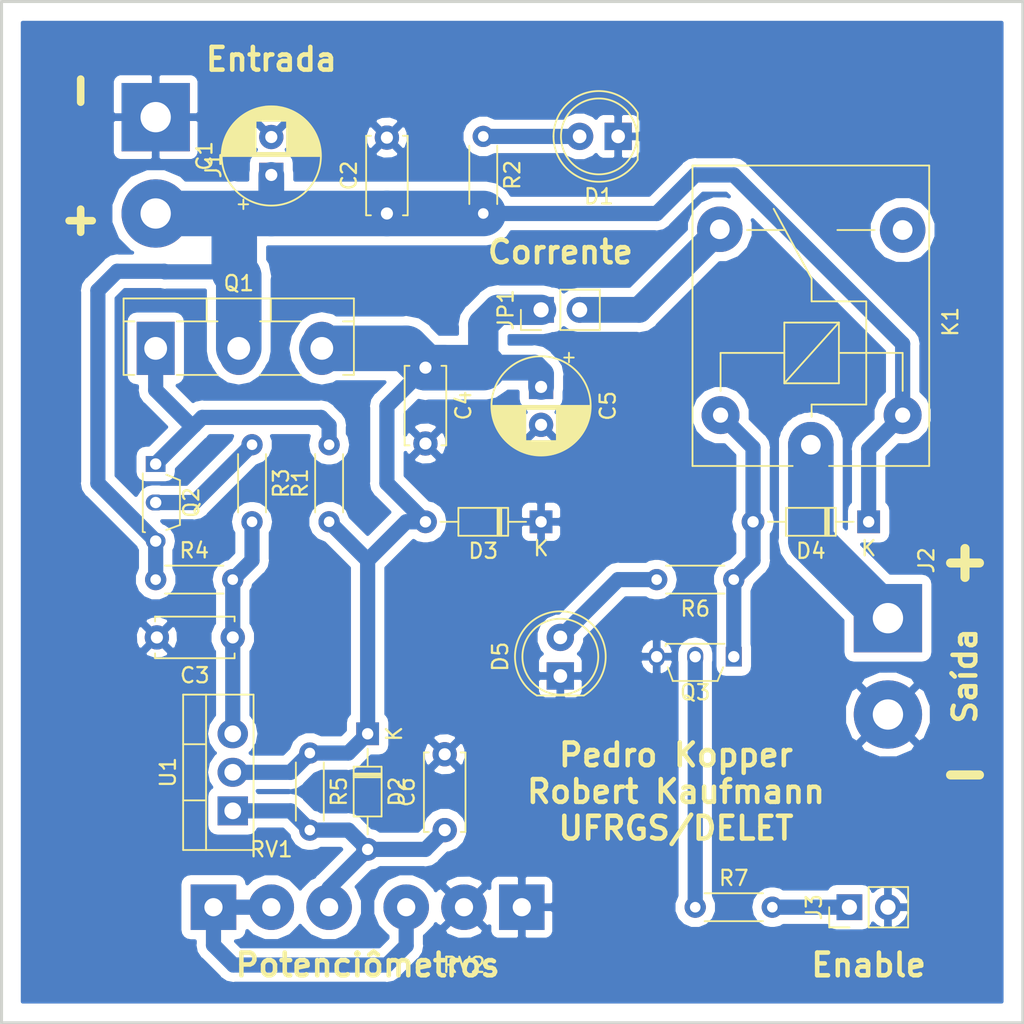
<source format=kicad_pcb>
(kicad_pcb (version 20171130) (host pcbnew 5.0.2+dfsg1-1~bpo9+1)

  (general
    (thickness 1.6)
    (drawings 13)
    (tracks 86)
    (zones 0)
    (modules 29)
    (nets 17)
  )

  (page A4)
  (layers
    (0 F.Cu signal)
    (31 B.Cu signal)
    (32 B.Adhes user)
    (33 F.Adhes user)
    (34 B.Paste user)
    (35 F.Paste user)
    (36 B.SilkS user)
    (37 F.SilkS user)
    (38 B.Mask user)
    (39 F.Mask user)
    (40 Dwgs.User user)
    (41 Cmts.User user)
    (42 Eco1.User user)
    (43 Eco2.User user)
    (44 Edge.Cuts user)
    (45 Margin user)
    (46 B.CrtYd user)
    (47 F.CrtYd user)
    (48 B.Fab user)
    (49 F.Fab user)
  )

  (setup
    (last_trace_width 1)
    (trace_clearance 0.6)
    (zone_clearance 0.508)
    (zone_45_only no)
    (trace_min 0.2)
    (segment_width 0.2)
    (edge_width 0.15)
    (via_size 0.8)
    (via_drill 0.4)
    (via_min_size 0.4)
    (via_min_drill 0.3)
    (uvia_size 0.3)
    (uvia_drill 0.1)
    (uvias_allowed no)
    (uvia_min_size 0.2)
    (uvia_min_drill 0.1)
    (pcb_text_width 0.3)
    (pcb_text_size 1.5 1.5)
    (mod_edge_width 0.15)
    (mod_text_size 1 1)
    (mod_text_width 0.15)
    (pad_size 1.524 1.524)
    (pad_drill 0.762)
    (pad_to_mask_clearance 0.051)
    (solder_mask_min_width 0.25)
    (aux_axis_origin 26.67 92.71)
    (grid_origin 26.67 92.71)
    (visible_elements FFFFFF7F)
    (pcbplotparams
      (layerselection 0x01000_fffffffe)
      (usegerberextensions false)
      (usegerberattributes false)
      (usegerberadvancedattributes false)
      (creategerberjobfile false)
      (excludeedgelayer true)
      (linewidth 0.100000)
      (plotframeref false)
      (viasonmask false)
      (mode 1)
      (useauxorigin false)
      (hpglpennumber 1)
      (hpglpenspeed 20)
      (hpglpendiameter 15.000000)
      (psnegative false)
      (psa4output false)
      (plotreference true)
      (plotvalue true)
      (plotinvisibletext false)
      (padsonsilk false)
      (subtractmaskfromsilk false)
      (outputformat 1)
      (mirror false)
      (drillshape 0)
      (scaleselection 1)
      (outputdirectory "Gerbers/"))
  )

  (net 0 "")
  (net 1 GND)
  (net 2 "Net-(Q3-Pad2)")
  (net 3 "Net-(D4-Pad2)")
  (net 4 "Net-(Q1-Pad1)")
  (net 5 VDC)
  (net 6 "Net-(D1-Pad2)")
  (net 7 "Net-(Q2-Pad2)")
  (net 8 "Net-(C3-Pad1)")
  (net 9 "Net-(C6-Pad1)")
  (net 10 "Net-(K1-Pad3)")
  (net 11 "Net-(RV1-Pad1)")
  (net 12 Vout)
  (net 13 Vl)
  (net 14 "Net-(J3-Pad1)")
  (net 15 "Net-(JP1-Pad2)")
  (net 16 "Net-(D5-Pad2)")

  (net_class Default "This is the default net class."
    (clearance 0.6)
    (trace_width 1)
    (via_dia 0.8)
    (via_drill 0.4)
    (uvia_dia 0.3)
    (uvia_drill 0.1)
    (add_net "Net-(C3-Pad1)")
    (add_net "Net-(C6-Pad1)")
    (add_net "Net-(D1-Pad2)")
    (add_net "Net-(D4-Pad2)")
    (add_net "Net-(D5-Pad2)")
    (add_net "Net-(J3-Pad1)")
    (add_net "Net-(JP1-Pad2)")
    (add_net "Net-(K1-Pad3)")
    (add_net "Net-(Q1-Pad1)")
    (add_net "Net-(Q2-Pad2)")
    (add_net "Net-(Q3-Pad2)")
    (add_net "Net-(RV1-Pad1)")
  )

  (net_class POWER ""
    (clearance 0.6)
    (trace_width 3)
    (via_dia 0.8)
    (via_drill 0.4)
    (uvia_dia 0.3)
    (uvia_drill 0.1)
    (add_net GND)
    (add_net VDC)
    (add_net Vl)
    (add_net Vout)
  )

  (module Resistor_THT:R_Axial_DIN0204_L3.6mm_D1.6mm_P5.08mm_Horizontal (layer F.Cu) (tedit 5AE5139B) (tstamp 5D2C4531)
    (at 72.39 85.09)
    (descr "Resistor, Axial_DIN0204 series, Axial, Horizontal, pin pitch=5.08mm, 0.167W, length*diameter=3.6*1.6mm^2, http://cdn-reichelt.de/documents/datenblatt/B400/1_4W%23YAG.pdf")
    (tags "Resistor Axial_DIN0204 series Axial Horizontal pin pitch 5.08mm 0.167W length 3.6mm diameter 1.6mm")
    (path /5D2CD540)
    (fp_text reference R7 (at 2.54 -1.92) (layer F.SilkS)
      (effects (font (size 1 1) (thickness 0.15)))
    )
    (fp_text value 4k7 (at 2.54 1.92) (layer F.Fab)
      (effects (font (size 1 1) (thickness 0.15)))
    )
    (fp_line (start 0.74 -0.8) (end 0.74 0.8) (layer F.Fab) (width 0.1))
    (fp_line (start 0.74 0.8) (end 4.34 0.8) (layer F.Fab) (width 0.1))
    (fp_line (start 4.34 0.8) (end 4.34 -0.8) (layer F.Fab) (width 0.1))
    (fp_line (start 4.34 -0.8) (end 0.74 -0.8) (layer F.Fab) (width 0.1))
    (fp_line (start 0 0) (end 0.74 0) (layer F.Fab) (width 0.1))
    (fp_line (start 5.08 0) (end 4.34 0) (layer F.Fab) (width 0.1))
    (fp_line (start 0.62 -0.92) (end 4.46 -0.92) (layer F.SilkS) (width 0.12))
    (fp_line (start 0.62 0.92) (end 4.46 0.92) (layer F.SilkS) (width 0.12))
    (fp_line (start -0.95 -1.05) (end -0.95 1.05) (layer F.CrtYd) (width 0.05))
    (fp_line (start -0.95 1.05) (end 6.03 1.05) (layer F.CrtYd) (width 0.05))
    (fp_line (start 6.03 1.05) (end 6.03 -1.05) (layer F.CrtYd) (width 0.05))
    (fp_line (start 6.03 -1.05) (end -0.95 -1.05) (layer F.CrtYd) (width 0.05))
    (fp_text user %R (at 2.54 0) (layer F.Fab)
      (effects (font (size 0.72 0.72) (thickness 0.108)))
    )
    (pad 1 thru_hole circle (at 0 0) (size 1.4 1.4) (drill 0.7) (layers *.Cu *.Mask)
      (net 2 "Net-(Q3-Pad2)"))
    (pad 2 thru_hole oval (at 5.08 0) (size 1.4 1.4) (drill 0.7) (layers *.Cu *.Mask)
      (net 14 "Net-(J3-Pad1)"))
    (model ${KISYS3DMOD}/Resistor_THT.3dshapes/R_Axial_DIN0204_L3.6mm_D1.6mm_P5.08mm_Horizontal.wrl
      (at (xyz 0 0 0))
      (scale (xyz 1 1 1))
      (rotate (xyz 0 0 0))
    )
  )

  (module Package_TO_SOT_THT:TO-92S_Wide (layer F.Cu) (tedit 5A279587) (tstamp 5D2C3375)
    (at 36.83 55.88 270)
    (descr "TO-92S_Wide package, drill 0.75mm (https://www.diodes.com/assets/Package-Files/TO92S%20(Type%20B).pdf)")
    (tags "TO-92S_Wide transistor")
    (path /5D1E1F22)
    (fp_text reference Q2 (at 2.54 -2.35 270) (layer F.SilkS)
      (effects (font (size 1 1) (thickness 0.15)))
    )
    (fp_text value BC327 (at 2.42 1.8 270) (layer F.Fab)
      (effects (font (size 1 1) (thickness 0.15)))
    )
    (fp_line (start 0.67 0.75) (end 4.42 0.75) (layer F.Fab) (width 0.12))
    (fp_line (start 4.42 0.75) (end 4.57 0) (layer F.Fab) (width 0.12))
    (fp_line (start 4.57 0) (end 3.97 -1.55) (layer F.Fab) (width 0.12))
    (fp_line (start 0.67 0.75) (end 0.52 0) (layer F.Fab) (width 0.12))
    (fp_line (start 0.52 0) (end 1.12 -1.55) (layer F.Fab) (width 0.12))
    (fp_line (start 1.12 -1.55) (end 3.97 -1.55) (layer F.Fab) (width 0.12))
    (fp_line (start 0.62 0.85) (end 4.47 0.85) (layer F.SilkS) (width 0.12))
    (fp_line (start 4.47 0.85) (end 4.5 0.7) (layer F.SilkS) (width 0.12))
    (fp_line (start 4.35 -0.7) (end 4.02 -1.6) (layer F.SilkS) (width 0.12))
    (fp_line (start 4.02 -1.6) (end 1.07 -1.6) (layer F.SilkS) (width 0.12))
    (fp_line (start 1.07 -1.6) (end 0.7 -0.7) (layer F.SilkS) (width 0.12))
    (fp_line (start 0.52 1) (end 4.57 1) (layer F.CrtYd) (width 0.05))
    (fp_line (start 4.57 1) (end 4.65 0.85) (layer F.CrtYd) (width 0.05))
    (fp_line (start 4.5 -0.85) (end 4.12 -1.8) (layer F.CrtYd) (width 0.05))
    (fp_line (start 4.12 -1.8) (end 0.97 -1.8) (layer F.CrtYd) (width 0.05))
    (fp_line (start 4.5 -0.85) (end 5.85 -0.85) (layer F.CrtYd) (width 0.05))
    (fp_line (start 5.85 -0.85) (end 5.85 0.85) (layer F.CrtYd) (width 0.05))
    (fp_line (start 5.85 0.85) (end 4.65 0.85) (layer F.CrtYd) (width 0.05))
    (fp_line (start 0.51 1) (end 0.43 0.85) (layer B.CrtYd) (width 0.05))
    (fp_line (start 0.58 -0.85) (end 0.96 -1.8) (layer B.CrtYd) (width 0.05))
    (fp_line (start 0.58 -0.85) (end -0.7 -0.85) (layer B.CrtYd) (width 0.05))
    (fp_line (start -0.7 -0.85) (end -0.7 0.85) (layer B.CrtYd) (width 0.05))
    (fp_line (start -0.7 0.85) (end 0.43 0.85) (layer B.CrtYd) (width 0.05))
    (fp_text user %R (at 2.54 -2.35 270) (layer F.Fab)
      (effects (font (size 1 1) (thickness 0.15)))
    )
    (pad 1 thru_hole rect (at 0 0 90) (size 1.05 1.3) (drill 0.75) (layers *.Cu *.Mask)
      (net 4 "Net-(Q1-Pad1)"))
    (pad 3 thru_hole oval (at 5.08 0 90) (size 1.05 1.3) (drill 0.75) (layers *.Cu *.Mask)
      (net 5 VDC))
    (pad 2 thru_hole oval (at 2.54 0 90) (size 1.05 1.3) (drill 0.75) (layers *.Cu *.Mask)
      (net 7 "Net-(Q2-Pad2)"))
    (model ${KISYS3DMOD}/Package_TO_SOT_THT.3dshapes/TO-92S_Wide.wrl
      (at (xyz 0 0 0))
      (scale (xyz 1 1 1))
      (rotate (xyz 0 0 0))
    )
  )

  (module Package_TO_SOT_THT:TO-92S_Wide (layer F.Cu) (tedit 5A279587) (tstamp 5D2C3357)
    (at 74.93 68.58 180)
    (descr "TO-92S_Wide package, drill 0.75mm (https://www.diodes.com/assets/Package-Files/TO92S%20(Type%20B).pdf)")
    (tags "TO-92S_Wide transistor")
    (path /5D2CD478)
    (fp_text reference Q3 (at 2.54 -2.35 180) (layer F.SilkS)
      (effects (font (size 1 1) (thickness 0.15)))
    )
    (fp_text value BC337 (at 2.42 1.8 180) (layer F.Fab)
      (effects (font (size 1 1) (thickness 0.15)))
    )
    (fp_text user %R (at 2.54 -2.35 180) (layer F.Fab)
      (effects (font (size 1 1) (thickness 0.15)))
    )
    (fp_line (start -0.7 0.85) (end 0.43 0.85) (layer B.CrtYd) (width 0.05))
    (fp_line (start -0.7 -0.85) (end -0.7 0.85) (layer B.CrtYd) (width 0.05))
    (fp_line (start 0.58 -0.85) (end -0.7 -0.85) (layer B.CrtYd) (width 0.05))
    (fp_line (start 0.58 -0.85) (end 0.96 -1.8) (layer B.CrtYd) (width 0.05))
    (fp_line (start 0.51 1) (end 0.43 0.85) (layer B.CrtYd) (width 0.05))
    (fp_line (start 5.85 0.85) (end 4.65 0.85) (layer F.CrtYd) (width 0.05))
    (fp_line (start 5.85 -0.85) (end 5.85 0.85) (layer F.CrtYd) (width 0.05))
    (fp_line (start 4.5 -0.85) (end 5.85 -0.85) (layer F.CrtYd) (width 0.05))
    (fp_line (start 4.12 -1.8) (end 0.97 -1.8) (layer F.CrtYd) (width 0.05))
    (fp_line (start 4.5 -0.85) (end 4.12 -1.8) (layer F.CrtYd) (width 0.05))
    (fp_line (start 4.57 1) (end 4.65 0.85) (layer F.CrtYd) (width 0.05))
    (fp_line (start 0.52 1) (end 4.57 1) (layer F.CrtYd) (width 0.05))
    (fp_line (start 1.07 -1.6) (end 0.7 -0.7) (layer F.SilkS) (width 0.12))
    (fp_line (start 4.02 -1.6) (end 1.07 -1.6) (layer F.SilkS) (width 0.12))
    (fp_line (start 4.35 -0.7) (end 4.02 -1.6) (layer F.SilkS) (width 0.12))
    (fp_line (start 4.47 0.85) (end 4.5 0.7) (layer F.SilkS) (width 0.12))
    (fp_line (start 0.62 0.85) (end 4.47 0.85) (layer F.SilkS) (width 0.12))
    (fp_line (start 1.12 -1.55) (end 3.97 -1.55) (layer F.Fab) (width 0.12))
    (fp_line (start 0.52 0) (end 1.12 -1.55) (layer F.Fab) (width 0.12))
    (fp_line (start 0.67 0.75) (end 0.52 0) (layer F.Fab) (width 0.12))
    (fp_line (start 4.57 0) (end 3.97 -1.55) (layer F.Fab) (width 0.12))
    (fp_line (start 4.42 0.75) (end 4.57 0) (layer F.Fab) (width 0.12))
    (fp_line (start 0.67 0.75) (end 4.42 0.75) (layer F.Fab) (width 0.12))
    (pad 2 thru_hole oval (at 2.54 0) (size 1.05 1.3) (drill 0.75) (layers *.Cu *.Mask)
      (net 2 "Net-(Q3-Pad2)"))
    (pad 3 thru_hole oval (at 5.08 0) (size 1.05 1.3) (drill 0.75) (layers *.Cu *.Mask)
      (net 1 GND))
    (pad 1 thru_hole rect (at 0 0) (size 1.05 1.3) (drill 0.75) (layers *.Cu *.Mask)
      (net 3 "Net-(D4-Pad2)"))
    (model ${KISYS3DMOD}/Package_TO_SOT_THT.3dshapes/TO-92S_Wide.wrl
      (at (xyz 0 0 0))
      (scale (xyz 1 1 1))
      (rotate (xyz 0 0 0))
    )
  )

  (module Diode_THT:D_DO-34_SOD68_P7.62mm_Horizontal (layer F.Cu) (tedit 5AE50CD5) (tstamp 5D2E53B3)
    (at 83.82 59.69 180)
    (descr "Diode, DO-34_SOD68 series, Axial, Horizontal, pin pitch=7.62mm, , length*diameter=3.04*1.6mm^2, , https://www.nxp.com/docs/en/data-sheet/KTY83_SER.pdf")
    (tags "Diode DO-34_SOD68 series Axial Horizontal pin pitch 7.62mm  length 3.04mm diameter 1.6mm")
    (path /5D3A65C3)
    (fp_text reference D4 (at 3.81 -1.92 180) (layer F.SilkS)
      (effects (font (size 1 1) (thickness 0.15)))
    )
    (fp_text value D (at 3.81 1.92 180) (layer F.Fab)
      (effects (font (size 1 1) (thickness 0.15)))
    )
    (fp_line (start 2.29 -0.8) (end 2.29 0.8) (layer F.Fab) (width 0.1))
    (fp_line (start 2.29 0.8) (end 5.33 0.8) (layer F.Fab) (width 0.1))
    (fp_line (start 5.33 0.8) (end 5.33 -0.8) (layer F.Fab) (width 0.1))
    (fp_line (start 5.33 -0.8) (end 2.29 -0.8) (layer F.Fab) (width 0.1))
    (fp_line (start 0 0) (end 2.29 0) (layer F.Fab) (width 0.1))
    (fp_line (start 7.62 0) (end 5.33 0) (layer F.Fab) (width 0.1))
    (fp_line (start 2.746 -0.8) (end 2.746 0.8) (layer F.Fab) (width 0.1))
    (fp_line (start 2.846 -0.8) (end 2.846 0.8) (layer F.Fab) (width 0.1))
    (fp_line (start 2.646 -0.8) (end 2.646 0.8) (layer F.Fab) (width 0.1))
    (fp_line (start 2.17 -0.92) (end 2.17 0.92) (layer F.SilkS) (width 0.12))
    (fp_line (start 2.17 0.92) (end 5.45 0.92) (layer F.SilkS) (width 0.12))
    (fp_line (start 5.45 0.92) (end 5.45 -0.92) (layer F.SilkS) (width 0.12))
    (fp_line (start 5.45 -0.92) (end 2.17 -0.92) (layer F.SilkS) (width 0.12))
    (fp_line (start 0.99 0) (end 2.17 0) (layer F.SilkS) (width 0.12))
    (fp_line (start 6.63 0) (end 5.45 0) (layer F.SilkS) (width 0.12))
    (fp_line (start 2.746 -0.92) (end 2.746 0.92) (layer F.SilkS) (width 0.12))
    (fp_line (start 2.866 -0.92) (end 2.866 0.92) (layer F.SilkS) (width 0.12))
    (fp_line (start 2.626 -0.92) (end 2.626 0.92) (layer F.SilkS) (width 0.12))
    (fp_line (start -1 -1.05) (end -1 1.05) (layer F.CrtYd) (width 0.05))
    (fp_line (start -1 1.05) (end 8.63 1.05) (layer F.CrtYd) (width 0.05))
    (fp_line (start 8.63 1.05) (end 8.63 -1.05) (layer F.CrtYd) (width 0.05))
    (fp_line (start 8.63 -1.05) (end -1 -1.05) (layer F.CrtYd) (width 0.05))
    (fp_text user %R (at 4.038 0 180) (layer F.Fab)
      (effects (font (size 0.608 0.608) (thickness 0.0912)))
    )
    (fp_text user K (at 0 -1.75 180) (layer F.Fab)
      (effects (font (size 1 1) (thickness 0.15)))
    )
    (fp_text user K (at 0 -1.75 180) (layer F.SilkS)
      (effects (font (size 1 1) (thickness 0.15)))
    )
    (pad 1 thru_hole rect (at 0 0 180) (size 1.5 1.5) (drill 0.75) (layers *.Cu *.Mask)
      (net 5 VDC))
    (pad 2 thru_hole oval (at 7.62 0 180) (size 1.5 1.5) (drill 0.75) (layers *.Cu *.Mask)
      (net 3 "Net-(D4-Pad2)"))
    (model ${KISYS3DMOD}/Diode_THT.3dshapes/D_DO-34_SOD68_P7.62mm_Horizontal.wrl
      (at (xyz 0 0 0))
      (scale (xyz 1 1 1))
      (rotate (xyz 0 0 0))
    )
  )

  (module LED_THT:LED_D5.0mm (layer F.Cu) (tedit 5995936A) (tstamp 5D2E5372)
    (at 63.5 69.85 90)
    (descr "LED, diameter 5.0mm, 2 pins, http://cdn-reichelt.de/documents/datenblatt/A500/LL-504BC2E-009.pdf")
    (tags "LED diameter 5.0mm 2 pins")
    (path /5D3AA85C)
    (fp_text reference D5 (at 1.27 -3.96 90) (layer F.SilkS)
      (effects (font (size 1 1) (thickness 0.15)))
    )
    (fp_text value ENABLE (at 1.27 3.96 90) (layer F.Fab)
      (effects (font (size 1 1) (thickness 0.15)))
    )
    (fp_arc (start 1.27 0) (end -1.23 -1.469694) (angle 299.1) (layer F.Fab) (width 0.1))
    (fp_arc (start 1.27 0) (end -1.29 -1.54483) (angle 148.9) (layer F.SilkS) (width 0.12))
    (fp_arc (start 1.27 0) (end -1.29 1.54483) (angle -148.9) (layer F.SilkS) (width 0.12))
    (fp_circle (center 1.27 0) (end 3.77 0) (layer F.Fab) (width 0.1))
    (fp_circle (center 1.27 0) (end 3.77 0) (layer F.SilkS) (width 0.12))
    (fp_line (start -1.23 -1.469694) (end -1.23 1.469694) (layer F.Fab) (width 0.1))
    (fp_line (start -1.29 -1.545) (end -1.29 1.545) (layer F.SilkS) (width 0.12))
    (fp_line (start -1.95 -3.25) (end -1.95 3.25) (layer F.CrtYd) (width 0.05))
    (fp_line (start -1.95 3.25) (end 4.5 3.25) (layer F.CrtYd) (width 0.05))
    (fp_line (start 4.5 3.25) (end 4.5 -3.25) (layer F.CrtYd) (width 0.05))
    (fp_line (start 4.5 -3.25) (end -1.95 -3.25) (layer F.CrtYd) (width 0.05))
    (fp_text user %R (at 1.25 0 90) (layer F.Fab)
      (effects (font (size 0.8 0.8) (thickness 0.2)))
    )
    (pad 1 thru_hole rect (at 0 0 90) (size 1.8 1.8) (drill 0.9) (layers *.Cu *.Mask)
      (net 1 GND))
    (pad 2 thru_hole circle (at 2.54 0 90) (size 1.8 1.8) (drill 0.9) (layers *.Cu *.Mask)
      (net 16 "Net-(D5-Pad2)"))
    (model ${KISYS3DMOD}/LED_THT.3dshapes/LED_D5.0mm.wrl
      (at (xyz 0 0 0))
      (scale (xyz 1 1 1))
      (rotate (xyz 0 0 0))
    )
  )

  (module Resistor_THT:R_Axial_DIN0204_L3.6mm_D1.6mm_P5.08mm_Horizontal (layer F.Cu) (tedit 5AE5139B) (tstamp 5D2E5214)
    (at 74.93 63.5 180)
    (descr "Resistor, Axial_DIN0204 series, Axial, Horizontal, pin pitch=5.08mm, 0.167W, length*diameter=3.6*1.6mm^2, http://cdn-reichelt.de/documents/datenblatt/B400/1_4W%23YAG.pdf")
    (tags "Resistor Axial_DIN0204 series Axial Horizontal pin pitch 5.08mm 0.167W length 3.6mm diameter 1.6mm")
    (path /5D3A9299)
    (fp_text reference R6 (at 2.54 -1.92 180) (layer F.SilkS)
      (effects (font (size 1 1) (thickness 0.15)))
    )
    (fp_text value 1k5 (at 2.54 1.92 180) (layer F.Fab)
      (effects (font (size 1 1) (thickness 0.15)))
    )
    (fp_line (start 0.74 -0.8) (end 0.74 0.8) (layer F.Fab) (width 0.1))
    (fp_line (start 0.74 0.8) (end 4.34 0.8) (layer F.Fab) (width 0.1))
    (fp_line (start 4.34 0.8) (end 4.34 -0.8) (layer F.Fab) (width 0.1))
    (fp_line (start 4.34 -0.8) (end 0.74 -0.8) (layer F.Fab) (width 0.1))
    (fp_line (start 0 0) (end 0.74 0) (layer F.Fab) (width 0.1))
    (fp_line (start 5.08 0) (end 4.34 0) (layer F.Fab) (width 0.1))
    (fp_line (start 0.62 -0.92) (end 4.46 -0.92) (layer F.SilkS) (width 0.12))
    (fp_line (start 0.62 0.92) (end 4.46 0.92) (layer F.SilkS) (width 0.12))
    (fp_line (start -0.95 -1.05) (end -0.95 1.05) (layer F.CrtYd) (width 0.05))
    (fp_line (start -0.95 1.05) (end 6.03 1.05) (layer F.CrtYd) (width 0.05))
    (fp_line (start 6.03 1.05) (end 6.03 -1.05) (layer F.CrtYd) (width 0.05))
    (fp_line (start 6.03 -1.05) (end -0.95 -1.05) (layer F.CrtYd) (width 0.05))
    (fp_text user %R (at 2.54 0 180) (layer F.Fab)
      (effects (font (size 0.72 0.72) (thickness 0.108)))
    )
    (pad 1 thru_hole circle (at 0 0 180) (size 1.4 1.4) (drill 0.7) (layers *.Cu *.Mask)
      (net 3 "Net-(D4-Pad2)"))
    (pad 2 thru_hole oval (at 5.08 0 180) (size 1.4 1.4) (drill 0.7) (layers *.Cu *.Mask)
      (net 16 "Net-(D5-Pad2)"))
    (model ${KISYS3DMOD}/Resistor_THT.3dshapes/R_Axial_DIN0204_L3.6mm_D1.6mm_P5.08mm_Horizontal.wrl
      (at (xyz 0 0 0))
      (scale (xyz 1 1 1))
      (rotate (xyz 0 0 0))
    )
  )

  (module Connector_PinHeader_2.54mm:PinHeader_1x02_P2.54mm_Vertical (layer F.Cu) (tedit 59FED5CC) (tstamp 5D2E354F)
    (at 62.23 45.72 90)
    (descr "Through hole straight pin header, 1x02, 2.54mm pitch, single row")
    (tags "Through hole pin header THT 1x02 2.54mm single row")
    (path /5D39CAF3)
    (fp_text reference JP1 (at 0 -2.33 90) (layer F.SilkS)
      (effects (font (size 1 1) (thickness 0.15)))
    )
    (fp_text value CORRENTE (at 0 4.87 90) (layer F.Fab)
      (effects (font (size 1 1) (thickness 0.15)))
    )
    (fp_text user %R (at 0 1.27 180) (layer F.Fab)
      (effects (font (size 1 1) (thickness 0.15)))
    )
    (fp_line (start 1.8 -1.8) (end -1.8 -1.8) (layer F.CrtYd) (width 0.05))
    (fp_line (start 1.8 4.35) (end 1.8 -1.8) (layer F.CrtYd) (width 0.05))
    (fp_line (start -1.8 4.35) (end 1.8 4.35) (layer F.CrtYd) (width 0.05))
    (fp_line (start -1.8 -1.8) (end -1.8 4.35) (layer F.CrtYd) (width 0.05))
    (fp_line (start -1.33 -1.33) (end 0 -1.33) (layer F.SilkS) (width 0.12))
    (fp_line (start -1.33 0) (end -1.33 -1.33) (layer F.SilkS) (width 0.12))
    (fp_line (start -1.33 1.27) (end 1.33 1.27) (layer F.SilkS) (width 0.12))
    (fp_line (start 1.33 1.27) (end 1.33 3.87) (layer F.SilkS) (width 0.12))
    (fp_line (start -1.33 1.27) (end -1.33 3.87) (layer F.SilkS) (width 0.12))
    (fp_line (start -1.33 3.87) (end 1.33 3.87) (layer F.SilkS) (width 0.12))
    (fp_line (start -1.27 -0.635) (end -0.635 -1.27) (layer F.Fab) (width 0.1))
    (fp_line (start -1.27 3.81) (end -1.27 -0.635) (layer F.Fab) (width 0.1))
    (fp_line (start 1.27 3.81) (end -1.27 3.81) (layer F.Fab) (width 0.1))
    (fp_line (start 1.27 -1.27) (end 1.27 3.81) (layer F.Fab) (width 0.1))
    (fp_line (start -0.635 -1.27) (end 1.27 -1.27) (layer F.Fab) (width 0.1))
    (pad 2 thru_hole oval (at 0 2.54 90) (size 1.7 1.7) (drill 1) (layers *.Cu *.Mask)
      (net 15 "Net-(JP1-Pad2)"))
    (pad 1 thru_hole rect (at 0 0 90) (size 1.7 1.7) (drill 1) (layers *.Cu *.Mask)
      (net 12 Vout))
    (model ${KISYS3DMOD}/Connector_PinHeader_2.54mm.3dshapes/PinHeader_1x02_P2.54mm_Vertical.wrl
      (at (xyz 0 0 0))
      (scale (xyz 1 1 1))
      (rotate (xyz 0 0 0))
    )
  )

  (module Connector_PinHeader_2.54mm:PinHeader_1x02_P2.54mm_Vertical (layer F.Cu) (tedit 59FED5CC) (tstamp 5D2E3539)
    (at 82.55 85.09 90)
    (descr "Through hole straight pin header, 1x02, 2.54mm pitch, single row")
    (tags "Through hole pin header THT 1x02 2.54mm single row")
    (path /5D3A4795)
    (fp_text reference J3 (at 0 -2.33 90) (layer F.SilkS)
      (effects (font (size 1 1) (thickness 0.15)))
    )
    (fp_text value ENABLE (at 0 4.87 90) (layer F.Fab)
      (effects (font (size 1 1) (thickness 0.15)))
    )
    (fp_line (start -0.635 -1.27) (end 1.27 -1.27) (layer F.Fab) (width 0.1))
    (fp_line (start 1.27 -1.27) (end 1.27 3.81) (layer F.Fab) (width 0.1))
    (fp_line (start 1.27 3.81) (end -1.27 3.81) (layer F.Fab) (width 0.1))
    (fp_line (start -1.27 3.81) (end -1.27 -0.635) (layer F.Fab) (width 0.1))
    (fp_line (start -1.27 -0.635) (end -0.635 -1.27) (layer F.Fab) (width 0.1))
    (fp_line (start -1.33 3.87) (end 1.33 3.87) (layer F.SilkS) (width 0.12))
    (fp_line (start -1.33 1.27) (end -1.33 3.87) (layer F.SilkS) (width 0.12))
    (fp_line (start 1.33 1.27) (end 1.33 3.87) (layer F.SilkS) (width 0.12))
    (fp_line (start -1.33 1.27) (end 1.33 1.27) (layer F.SilkS) (width 0.12))
    (fp_line (start -1.33 0) (end -1.33 -1.33) (layer F.SilkS) (width 0.12))
    (fp_line (start -1.33 -1.33) (end 0 -1.33) (layer F.SilkS) (width 0.12))
    (fp_line (start -1.8 -1.8) (end -1.8 4.35) (layer F.CrtYd) (width 0.05))
    (fp_line (start -1.8 4.35) (end 1.8 4.35) (layer F.CrtYd) (width 0.05))
    (fp_line (start 1.8 4.35) (end 1.8 -1.8) (layer F.CrtYd) (width 0.05))
    (fp_line (start 1.8 -1.8) (end -1.8 -1.8) (layer F.CrtYd) (width 0.05))
    (fp_text user %R (at 0 1.27 180) (layer F.Fab)
      (effects (font (size 1 1) (thickness 0.15)))
    )
    (pad 1 thru_hole rect (at 0 0 90) (size 1.7 1.7) (drill 1) (layers *.Cu *.Mask)
      (net 14 "Net-(J3-Pad1)"))
    (pad 2 thru_hole oval (at 0 2.54 90) (size 1.7 1.7) (drill 1) (layers *.Cu *.Mask)
      (net 1 GND))
    (model ${KISYS3DMOD}/Connector_PinHeader_2.54mm.3dshapes/PinHeader_1x02_P2.54mm_Vertical.wrl
      (at (xyz 0 0 0))
      (scale (xyz 1 1 1))
      (rotate (xyz 0 0 0))
    )
  )

  (module Capacitor_THT:CP_Radial_D6.3mm_P2.50mm (layer F.Cu) (tedit 5AE50EF0) (tstamp 5D2BDCB3)
    (at 44.45 36.83 90)
    (descr "CP, Radial series, Radial, pin pitch=2.50mm, , diameter=6.3mm, Electrolytic Capacitor")
    (tags "CP Radial series Radial pin pitch 2.50mm  diameter 6.3mm Electrolytic Capacitor")
    (path /5D304356)
    (fp_text reference C1 (at 1.25 -4.4 90) (layer F.SilkS)
      (effects (font (size 1 1) (thickness 0.15)))
    )
    (fp_text value 100uF (at 1.25 4.4 90) (layer F.Fab)
      (effects (font (size 1 1) (thickness 0.15)))
    )
    (fp_text user %R (at 1.25 0 90) (layer F.Fab)
      (effects (font (size 1 1) (thickness 0.15)))
    )
    (fp_line (start -1.935241 -2.154) (end -1.935241 -1.524) (layer F.SilkS) (width 0.12))
    (fp_line (start -2.250241 -1.839) (end -1.620241 -1.839) (layer F.SilkS) (width 0.12))
    (fp_line (start 4.491 -0.402) (end 4.491 0.402) (layer F.SilkS) (width 0.12))
    (fp_line (start 4.451 -0.633) (end 4.451 0.633) (layer F.SilkS) (width 0.12))
    (fp_line (start 4.411 -0.802) (end 4.411 0.802) (layer F.SilkS) (width 0.12))
    (fp_line (start 4.371 -0.94) (end 4.371 0.94) (layer F.SilkS) (width 0.12))
    (fp_line (start 4.331 -1.059) (end 4.331 1.059) (layer F.SilkS) (width 0.12))
    (fp_line (start 4.291 -1.165) (end 4.291 1.165) (layer F.SilkS) (width 0.12))
    (fp_line (start 4.251 -1.262) (end 4.251 1.262) (layer F.SilkS) (width 0.12))
    (fp_line (start 4.211 -1.35) (end 4.211 1.35) (layer F.SilkS) (width 0.12))
    (fp_line (start 4.171 -1.432) (end 4.171 1.432) (layer F.SilkS) (width 0.12))
    (fp_line (start 4.131 -1.509) (end 4.131 1.509) (layer F.SilkS) (width 0.12))
    (fp_line (start 4.091 -1.581) (end 4.091 1.581) (layer F.SilkS) (width 0.12))
    (fp_line (start 4.051 -1.65) (end 4.051 1.65) (layer F.SilkS) (width 0.12))
    (fp_line (start 4.011 -1.714) (end 4.011 1.714) (layer F.SilkS) (width 0.12))
    (fp_line (start 3.971 -1.776) (end 3.971 1.776) (layer F.SilkS) (width 0.12))
    (fp_line (start 3.931 -1.834) (end 3.931 1.834) (layer F.SilkS) (width 0.12))
    (fp_line (start 3.891 -1.89) (end 3.891 1.89) (layer F.SilkS) (width 0.12))
    (fp_line (start 3.851 -1.944) (end 3.851 1.944) (layer F.SilkS) (width 0.12))
    (fp_line (start 3.811 -1.995) (end 3.811 1.995) (layer F.SilkS) (width 0.12))
    (fp_line (start 3.771 -2.044) (end 3.771 2.044) (layer F.SilkS) (width 0.12))
    (fp_line (start 3.731 -2.092) (end 3.731 2.092) (layer F.SilkS) (width 0.12))
    (fp_line (start 3.691 -2.137) (end 3.691 2.137) (layer F.SilkS) (width 0.12))
    (fp_line (start 3.651 -2.182) (end 3.651 2.182) (layer F.SilkS) (width 0.12))
    (fp_line (start 3.611 -2.224) (end 3.611 2.224) (layer F.SilkS) (width 0.12))
    (fp_line (start 3.571 -2.265) (end 3.571 2.265) (layer F.SilkS) (width 0.12))
    (fp_line (start 3.531 1.04) (end 3.531 2.305) (layer F.SilkS) (width 0.12))
    (fp_line (start 3.531 -2.305) (end 3.531 -1.04) (layer F.SilkS) (width 0.12))
    (fp_line (start 3.491 1.04) (end 3.491 2.343) (layer F.SilkS) (width 0.12))
    (fp_line (start 3.491 -2.343) (end 3.491 -1.04) (layer F.SilkS) (width 0.12))
    (fp_line (start 3.451 1.04) (end 3.451 2.38) (layer F.SilkS) (width 0.12))
    (fp_line (start 3.451 -2.38) (end 3.451 -1.04) (layer F.SilkS) (width 0.12))
    (fp_line (start 3.411 1.04) (end 3.411 2.416) (layer F.SilkS) (width 0.12))
    (fp_line (start 3.411 -2.416) (end 3.411 -1.04) (layer F.SilkS) (width 0.12))
    (fp_line (start 3.371 1.04) (end 3.371 2.45) (layer F.SilkS) (width 0.12))
    (fp_line (start 3.371 -2.45) (end 3.371 -1.04) (layer F.SilkS) (width 0.12))
    (fp_line (start 3.331 1.04) (end 3.331 2.484) (layer F.SilkS) (width 0.12))
    (fp_line (start 3.331 -2.484) (end 3.331 -1.04) (layer F.SilkS) (width 0.12))
    (fp_line (start 3.291 1.04) (end 3.291 2.516) (layer F.SilkS) (width 0.12))
    (fp_line (start 3.291 -2.516) (end 3.291 -1.04) (layer F.SilkS) (width 0.12))
    (fp_line (start 3.251 1.04) (end 3.251 2.548) (layer F.SilkS) (width 0.12))
    (fp_line (start 3.251 -2.548) (end 3.251 -1.04) (layer F.SilkS) (width 0.12))
    (fp_line (start 3.211 1.04) (end 3.211 2.578) (layer F.SilkS) (width 0.12))
    (fp_line (start 3.211 -2.578) (end 3.211 -1.04) (layer F.SilkS) (width 0.12))
    (fp_line (start 3.171 1.04) (end 3.171 2.607) (layer F.SilkS) (width 0.12))
    (fp_line (start 3.171 -2.607) (end 3.171 -1.04) (layer F.SilkS) (width 0.12))
    (fp_line (start 3.131 1.04) (end 3.131 2.636) (layer F.SilkS) (width 0.12))
    (fp_line (start 3.131 -2.636) (end 3.131 -1.04) (layer F.SilkS) (width 0.12))
    (fp_line (start 3.091 1.04) (end 3.091 2.664) (layer F.SilkS) (width 0.12))
    (fp_line (start 3.091 -2.664) (end 3.091 -1.04) (layer F.SilkS) (width 0.12))
    (fp_line (start 3.051 1.04) (end 3.051 2.69) (layer F.SilkS) (width 0.12))
    (fp_line (start 3.051 -2.69) (end 3.051 -1.04) (layer F.SilkS) (width 0.12))
    (fp_line (start 3.011 1.04) (end 3.011 2.716) (layer F.SilkS) (width 0.12))
    (fp_line (start 3.011 -2.716) (end 3.011 -1.04) (layer F.SilkS) (width 0.12))
    (fp_line (start 2.971 1.04) (end 2.971 2.742) (layer F.SilkS) (width 0.12))
    (fp_line (start 2.971 -2.742) (end 2.971 -1.04) (layer F.SilkS) (width 0.12))
    (fp_line (start 2.931 1.04) (end 2.931 2.766) (layer F.SilkS) (width 0.12))
    (fp_line (start 2.931 -2.766) (end 2.931 -1.04) (layer F.SilkS) (width 0.12))
    (fp_line (start 2.891 1.04) (end 2.891 2.79) (layer F.SilkS) (width 0.12))
    (fp_line (start 2.891 -2.79) (end 2.891 -1.04) (layer F.SilkS) (width 0.12))
    (fp_line (start 2.851 1.04) (end 2.851 2.812) (layer F.SilkS) (width 0.12))
    (fp_line (start 2.851 -2.812) (end 2.851 -1.04) (layer F.SilkS) (width 0.12))
    (fp_line (start 2.811 1.04) (end 2.811 2.834) (layer F.SilkS) (width 0.12))
    (fp_line (start 2.811 -2.834) (end 2.811 -1.04) (layer F.SilkS) (width 0.12))
    (fp_line (start 2.771 1.04) (end 2.771 2.856) (layer F.SilkS) (width 0.12))
    (fp_line (start 2.771 -2.856) (end 2.771 -1.04) (layer F.SilkS) (width 0.12))
    (fp_line (start 2.731 1.04) (end 2.731 2.876) (layer F.SilkS) (width 0.12))
    (fp_line (start 2.731 -2.876) (end 2.731 -1.04) (layer F.SilkS) (width 0.12))
    (fp_line (start 2.691 1.04) (end 2.691 2.896) (layer F.SilkS) (width 0.12))
    (fp_line (start 2.691 -2.896) (end 2.691 -1.04) (layer F.SilkS) (width 0.12))
    (fp_line (start 2.651 1.04) (end 2.651 2.916) (layer F.SilkS) (width 0.12))
    (fp_line (start 2.651 -2.916) (end 2.651 -1.04) (layer F.SilkS) (width 0.12))
    (fp_line (start 2.611 1.04) (end 2.611 2.934) (layer F.SilkS) (width 0.12))
    (fp_line (start 2.611 -2.934) (end 2.611 -1.04) (layer F.SilkS) (width 0.12))
    (fp_line (start 2.571 1.04) (end 2.571 2.952) (layer F.SilkS) (width 0.12))
    (fp_line (start 2.571 -2.952) (end 2.571 -1.04) (layer F.SilkS) (width 0.12))
    (fp_line (start 2.531 1.04) (end 2.531 2.97) (layer F.SilkS) (width 0.12))
    (fp_line (start 2.531 -2.97) (end 2.531 -1.04) (layer F.SilkS) (width 0.12))
    (fp_line (start 2.491 1.04) (end 2.491 2.986) (layer F.SilkS) (width 0.12))
    (fp_line (start 2.491 -2.986) (end 2.491 -1.04) (layer F.SilkS) (width 0.12))
    (fp_line (start 2.451 1.04) (end 2.451 3.002) (layer F.SilkS) (width 0.12))
    (fp_line (start 2.451 -3.002) (end 2.451 -1.04) (layer F.SilkS) (width 0.12))
    (fp_line (start 2.411 1.04) (end 2.411 3.018) (layer F.SilkS) (width 0.12))
    (fp_line (start 2.411 -3.018) (end 2.411 -1.04) (layer F.SilkS) (width 0.12))
    (fp_line (start 2.371 1.04) (end 2.371 3.033) (layer F.SilkS) (width 0.12))
    (fp_line (start 2.371 -3.033) (end 2.371 -1.04) (layer F.SilkS) (width 0.12))
    (fp_line (start 2.331 1.04) (end 2.331 3.047) (layer F.SilkS) (width 0.12))
    (fp_line (start 2.331 -3.047) (end 2.331 -1.04) (layer F.SilkS) (width 0.12))
    (fp_line (start 2.291 1.04) (end 2.291 3.061) (layer F.SilkS) (width 0.12))
    (fp_line (start 2.291 -3.061) (end 2.291 -1.04) (layer F.SilkS) (width 0.12))
    (fp_line (start 2.251 1.04) (end 2.251 3.074) (layer F.SilkS) (width 0.12))
    (fp_line (start 2.251 -3.074) (end 2.251 -1.04) (layer F.SilkS) (width 0.12))
    (fp_line (start 2.211 1.04) (end 2.211 3.086) (layer F.SilkS) (width 0.12))
    (fp_line (start 2.211 -3.086) (end 2.211 -1.04) (layer F.SilkS) (width 0.12))
    (fp_line (start 2.171 1.04) (end 2.171 3.098) (layer F.SilkS) (width 0.12))
    (fp_line (start 2.171 -3.098) (end 2.171 -1.04) (layer F.SilkS) (width 0.12))
    (fp_line (start 2.131 1.04) (end 2.131 3.11) (layer F.SilkS) (width 0.12))
    (fp_line (start 2.131 -3.11) (end 2.131 -1.04) (layer F.SilkS) (width 0.12))
    (fp_line (start 2.091 1.04) (end 2.091 3.121) (layer F.SilkS) (width 0.12))
    (fp_line (start 2.091 -3.121) (end 2.091 -1.04) (layer F.SilkS) (width 0.12))
    (fp_line (start 2.051 1.04) (end 2.051 3.131) (layer F.SilkS) (width 0.12))
    (fp_line (start 2.051 -3.131) (end 2.051 -1.04) (layer F.SilkS) (width 0.12))
    (fp_line (start 2.011 1.04) (end 2.011 3.141) (layer F.SilkS) (width 0.12))
    (fp_line (start 2.011 -3.141) (end 2.011 -1.04) (layer F.SilkS) (width 0.12))
    (fp_line (start 1.971 1.04) (end 1.971 3.15) (layer F.SilkS) (width 0.12))
    (fp_line (start 1.971 -3.15) (end 1.971 -1.04) (layer F.SilkS) (width 0.12))
    (fp_line (start 1.93 1.04) (end 1.93 3.159) (layer F.SilkS) (width 0.12))
    (fp_line (start 1.93 -3.159) (end 1.93 -1.04) (layer F.SilkS) (width 0.12))
    (fp_line (start 1.89 1.04) (end 1.89 3.167) (layer F.SilkS) (width 0.12))
    (fp_line (start 1.89 -3.167) (end 1.89 -1.04) (layer F.SilkS) (width 0.12))
    (fp_line (start 1.85 1.04) (end 1.85 3.175) (layer F.SilkS) (width 0.12))
    (fp_line (start 1.85 -3.175) (end 1.85 -1.04) (layer F.SilkS) (width 0.12))
    (fp_line (start 1.81 1.04) (end 1.81 3.182) (layer F.SilkS) (width 0.12))
    (fp_line (start 1.81 -3.182) (end 1.81 -1.04) (layer F.SilkS) (width 0.12))
    (fp_line (start 1.77 1.04) (end 1.77 3.189) (layer F.SilkS) (width 0.12))
    (fp_line (start 1.77 -3.189) (end 1.77 -1.04) (layer F.SilkS) (width 0.12))
    (fp_line (start 1.73 1.04) (end 1.73 3.195) (layer F.SilkS) (width 0.12))
    (fp_line (start 1.73 -3.195) (end 1.73 -1.04) (layer F.SilkS) (width 0.12))
    (fp_line (start 1.69 1.04) (end 1.69 3.201) (layer F.SilkS) (width 0.12))
    (fp_line (start 1.69 -3.201) (end 1.69 -1.04) (layer F.SilkS) (width 0.12))
    (fp_line (start 1.65 1.04) (end 1.65 3.206) (layer F.SilkS) (width 0.12))
    (fp_line (start 1.65 -3.206) (end 1.65 -1.04) (layer F.SilkS) (width 0.12))
    (fp_line (start 1.61 1.04) (end 1.61 3.211) (layer F.SilkS) (width 0.12))
    (fp_line (start 1.61 -3.211) (end 1.61 -1.04) (layer F.SilkS) (width 0.12))
    (fp_line (start 1.57 1.04) (end 1.57 3.215) (layer F.SilkS) (width 0.12))
    (fp_line (start 1.57 -3.215) (end 1.57 -1.04) (layer F.SilkS) (width 0.12))
    (fp_line (start 1.53 1.04) (end 1.53 3.218) (layer F.SilkS) (width 0.12))
    (fp_line (start 1.53 -3.218) (end 1.53 -1.04) (layer F.SilkS) (width 0.12))
    (fp_line (start 1.49 1.04) (end 1.49 3.222) (layer F.SilkS) (width 0.12))
    (fp_line (start 1.49 -3.222) (end 1.49 -1.04) (layer F.SilkS) (width 0.12))
    (fp_line (start 1.45 -3.224) (end 1.45 3.224) (layer F.SilkS) (width 0.12))
    (fp_line (start 1.41 -3.227) (end 1.41 3.227) (layer F.SilkS) (width 0.12))
    (fp_line (start 1.37 -3.228) (end 1.37 3.228) (layer F.SilkS) (width 0.12))
    (fp_line (start 1.33 -3.23) (end 1.33 3.23) (layer F.SilkS) (width 0.12))
    (fp_line (start 1.29 -3.23) (end 1.29 3.23) (layer F.SilkS) (width 0.12))
    (fp_line (start 1.25 -3.23) (end 1.25 3.23) (layer F.SilkS) (width 0.12))
    (fp_line (start -1.128972 -1.6885) (end -1.128972 -1.0585) (layer F.Fab) (width 0.1))
    (fp_line (start -1.443972 -1.3735) (end -0.813972 -1.3735) (layer F.Fab) (width 0.1))
    (fp_circle (center 1.25 0) (end 4.65 0) (layer F.CrtYd) (width 0.05))
    (fp_circle (center 1.25 0) (end 4.52 0) (layer F.SilkS) (width 0.12))
    (fp_circle (center 1.25 0) (end 4.4 0) (layer F.Fab) (width 0.1))
    (pad 2 thru_hole circle (at 2.5 0 90) (size 1.6 1.6) (drill 0.8) (layers *.Cu *.Mask)
      (net 1 GND))
    (pad 1 thru_hole rect (at 0 0 90) (size 1.6 1.6) (drill 0.8) (layers *.Cu *.Mask)
      (net 5 VDC))
    (model ${KISYS3DMOD}/Capacitor_THT.3dshapes/CP_Radial_D6.3mm_P2.50mm.wrl
      (at (xyz 0 0 0))
      (scale (xyz 1 1 1))
      (rotate (xyz 0 0 0))
    )
  )

  (module Capacitor_THT:CP_Radial_D6.3mm_P2.50mm (layer F.Cu) (tedit 5AE50EF0) (tstamp 5D2BDC1F)
    (at 62.23 50.8 270)
    (descr "CP, Radial series, Radial, pin pitch=2.50mm, , diameter=6.3mm, Electrolytic Capacitor")
    (tags "CP Radial series Radial pin pitch 2.50mm  diameter 6.3mm Electrolytic Capacitor")
    (path /5D1D68D9)
    (fp_text reference C5 (at 1.25 -4.4 270) (layer F.SilkS)
      (effects (font (size 1 1) (thickness 0.15)))
    )
    (fp_text value 100uF (at 1.25 4.4 270) (layer F.Fab)
      (effects (font (size 1 1) (thickness 0.15)))
    )
    (fp_circle (center 1.25 0) (end 4.4 0) (layer F.Fab) (width 0.1))
    (fp_circle (center 1.25 0) (end 4.52 0) (layer F.SilkS) (width 0.12))
    (fp_circle (center 1.25 0) (end 4.65 0) (layer F.CrtYd) (width 0.05))
    (fp_line (start -1.443972 -1.3735) (end -0.813972 -1.3735) (layer F.Fab) (width 0.1))
    (fp_line (start -1.128972 -1.6885) (end -1.128972 -1.0585) (layer F.Fab) (width 0.1))
    (fp_line (start 1.25 -3.23) (end 1.25 3.23) (layer F.SilkS) (width 0.12))
    (fp_line (start 1.29 -3.23) (end 1.29 3.23) (layer F.SilkS) (width 0.12))
    (fp_line (start 1.33 -3.23) (end 1.33 3.23) (layer F.SilkS) (width 0.12))
    (fp_line (start 1.37 -3.228) (end 1.37 3.228) (layer F.SilkS) (width 0.12))
    (fp_line (start 1.41 -3.227) (end 1.41 3.227) (layer F.SilkS) (width 0.12))
    (fp_line (start 1.45 -3.224) (end 1.45 3.224) (layer F.SilkS) (width 0.12))
    (fp_line (start 1.49 -3.222) (end 1.49 -1.04) (layer F.SilkS) (width 0.12))
    (fp_line (start 1.49 1.04) (end 1.49 3.222) (layer F.SilkS) (width 0.12))
    (fp_line (start 1.53 -3.218) (end 1.53 -1.04) (layer F.SilkS) (width 0.12))
    (fp_line (start 1.53 1.04) (end 1.53 3.218) (layer F.SilkS) (width 0.12))
    (fp_line (start 1.57 -3.215) (end 1.57 -1.04) (layer F.SilkS) (width 0.12))
    (fp_line (start 1.57 1.04) (end 1.57 3.215) (layer F.SilkS) (width 0.12))
    (fp_line (start 1.61 -3.211) (end 1.61 -1.04) (layer F.SilkS) (width 0.12))
    (fp_line (start 1.61 1.04) (end 1.61 3.211) (layer F.SilkS) (width 0.12))
    (fp_line (start 1.65 -3.206) (end 1.65 -1.04) (layer F.SilkS) (width 0.12))
    (fp_line (start 1.65 1.04) (end 1.65 3.206) (layer F.SilkS) (width 0.12))
    (fp_line (start 1.69 -3.201) (end 1.69 -1.04) (layer F.SilkS) (width 0.12))
    (fp_line (start 1.69 1.04) (end 1.69 3.201) (layer F.SilkS) (width 0.12))
    (fp_line (start 1.73 -3.195) (end 1.73 -1.04) (layer F.SilkS) (width 0.12))
    (fp_line (start 1.73 1.04) (end 1.73 3.195) (layer F.SilkS) (width 0.12))
    (fp_line (start 1.77 -3.189) (end 1.77 -1.04) (layer F.SilkS) (width 0.12))
    (fp_line (start 1.77 1.04) (end 1.77 3.189) (layer F.SilkS) (width 0.12))
    (fp_line (start 1.81 -3.182) (end 1.81 -1.04) (layer F.SilkS) (width 0.12))
    (fp_line (start 1.81 1.04) (end 1.81 3.182) (layer F.SilkS) (width 0.12))
    (fp_line (start 1.85 -3.175) (end 1.85 -1.04) (layer F.SilkS) (width 0.12))
    (fp_line (start 1.85 1.04) (end 1.85 3.175) (layer F.SilkS) (width 0.12))
    (fp_line (start 1.89 -3.167) (end 1.89 -1.04) (layer F.SilkS) (width 0.12))
    (fp_line (start 1.89 1.04) (end 1.89 3.167) (layer F.SilkS) (width 0.12))
    (fp_line (start 1.93 -3.159) (end 1.93 -1.04) (layer F.SilkS) (width 0.12))
    (fp_line (start 1.93 1.04) (end 1.93 3.159) (layer F.SilkS) (width 0.12))
    (fp_line (start 1.971 -3.15) (end 1.971 -1.04) (layer F.SilkS) (width 0.12))
    (fp_line (start 1.971 1.04) (end 1.971 3.15) (layer F.SilkS) (width 0.12))
    (fp_line (start 2.011 -3.141) (end 2.011 -1.04) (layer F.SilkS) (width 0.12))
    (fp_line (start 2.011 1.04) (end 2.011 3.141) (layer F.SilkS) (width 0.12))
    (fp_line (start 2.051 -3.131) (end 2.051 -1.04) (layer F.SilkS) (width 0.12))
    (fp_line (start 2.051 1.04) (end 2.051 3.131) (layer F.SilkS) (width 0.12))
    (fp_line (start 2.091 -3.121) (end 2.091 -1.04) (layer F.SilkS) (width 0.12))
    (fp_line (start 2.091 1.04) (end 2.091 3.121) (layer F.SilkS) (width 0.12))
    (fp_line (start 2.131 -3.11) (end 2.131 -1.04) (layer F.SilkS) (width 0.12))
    (fp_line (start 2.131 1.04) (end 2.131 3.11) (layer F.SilkS) (width 0.12))
    (fp_line (start 2.171 -3.098) (end 2.171 -1.04) (layer F.SilkS) (width 0.12))
    (fp_line (start 2.171 1.04) (end 2.171 3.098) (layer F.SilkS) (width 0.12))
    (fp_line (start 2.211 -3.086) (end 2.211 -1.04) (layer F.SilkS) (width 0.12))
    (fp_line (start 2.211 1.04) (end 2.211 3.086) (layer F.SilkS) (width 0.12))
    (fp_line (start 2.251 -3.074) (end 2.251 -1.04) (layer F.SilkS) (width 0.12))
    (fp_line (start 2.251 1.04) (end 2.251 3.074) (layer F.SilkS) (width 0.12))
    (fp_line (start 2.291 -3.061) (end 2.291 -1.04) (layer F.SilkS) (width 0.12))
    (fp_line (start 2.291 1.04) (end 2.291 3.061) (layer F.SilkS) (width 0.12))
    (fp_line (start 2.331 -3.047) (end 2.331 -1.04) (layer F.SilkS) (width 0.12))
    (fp_line (start 2.331 1.04) (end 2.331 3.047) (layer F.SilkS) (width 0.12))
    (fp_line (start 2.371 -3.033) (end 2.371 -1.04) (layer F.SilkS) (width 0.12))
    (fp_line (start 2.371 1.04) (end 2.371 3.033) (layer F.SilkS) (width 0.12))
    (fp_line (start 2.411 -3.018) (end 2.411 -1.04) (layer F.SilkS) (width 0.12))
    (fp_line (start 2.411 1.04) (end 2.411 3.018) (layer F.SilkS) (width 0.12))
    (fp_line (start 2.451 -3.002) (end 2.451 -1.04) (layer F.SilkS) (width 0.12))
    (fp_line (start 2.451 1.04) (end 2.451 3.002) (layer F.SilkS) (width 0.12))
    (fp_line (start 2.491 -2.986) (end 2.491 -1.04) (layer F.SilkS) (width 0.12))
    (fp_line (start 2.491 1.04) (end 2.491 2.986) (layer F.SilkS) (width 0.12))
    (fp_line (start 2.531 -2.97) (end 2.531 -1.04) (layer F.SilkS) (width 0.12))
    (fp_line (start 2.531 1.04) (end 2.531 2.97) (layer F.SilkS) (width 0.12))
    (fp_line (start 2.571 -2.952) (end 2.571 -1.04) (layer F.SilkS) (width 0.12))
    (fp_line (start 2.571 1.04) (end 2.571 2.952) (layer F.SilkS) (width 0.12))
    (fp_line (start 2.611 -2.934) (end 2.611 -1.04) (layer F.SilkS) (width 0.12))
    (fp_line (start 2.611 1.04) (end 2.611 2.934) (layer F.SilkS) (width 0.12))
    (fp_line (start 2.651 -2.916) (end 2.651 -1.04) (layer F.SilkS) (width 0.12))
    (fp_line (start 2.651 1.04) (end 2.651 2.916) (layer F.SilkS) (width 0.12))
    (fp_line (start 2.691 -2.896) (end 2.691 -1.04) (layer F.SilkS) (width 0.12))
    (fp_line (start 2.691 1.04) (end 2.691 2.896) (layer F.SilkS) (width 0.12))
    (fp_line (start 2.731 -2.876) (end 2.731 -1.04) (layer F.SilkS) (width 0.12))
    (fp_line (start 2.731 1.04) (end 2.731 2.876) (layer F.SilkS) (width 0.12))
    (fp_line (start 2.771 -2.856) (end 2.771 -1.04) (layer F.SilkS) (width 0.12))
    (fp_line (start 2.771 1.04) (end 2.771 2.856) (layer F.SilkS) (width 0.12))
    (fp_line (start 2.811 -2.834) (end 2.811 -1.04) (layer F.SilkS) (width 0.12))
    (fp_line (start 2.811 1.04) (end 2.811 2.834) (layer F.SilkS) (width 0.12))
    (fp_line (start 2.851 -2.812) (end 2.851 -1.04) (layer F.SilkS) (width 0.12))
    (fp_line (start 2.851 1.04) (end 2.851 2.812) (layer F.SilkS) (width 0.12))
    (fp_line (start 2.891 -2.79) (end 2.891 -1.04) (layer F.SilkS) (width 0.12))
    (fp_line (start 2.891 1.04) (end 2.891 2.79) (layer F.SilkS) (width 0.12))
    (fp_line (start 2.931 -2.766) (end 2.931 -1.04) (layer F.SilkS) (width 0.12))
    (fp_line (start 2.931 1.04) (end 2.931 2.766) (layer F.SilkS) (width 0.12))
    (fp_line (start 2.971 -2.742) (end 2.971 -1.04) (layer F.SilkS) (width 0.12))
    (fp_line (start 2.971 1.04) (end 2.971 2.742) (layer F.SilkS) (width 0.12))
    (fp_line (start 3.011 -2.716) (end 3.011 -1.04) (layer F.SilkS) (width 0.12))
    (fp_line (start 3.011 1.04) (end 3.011 2.716) (layer F.SilkS) (width 0.12))
    (fp_line (start 3.051 -2.69) (end 3.051 -1.04) (layer F.SilkS) (width 0.12))
    (fp_line (start 3.051 1.04) (end 3.051 2.69) (layer F.SilkS) (width 0.12))
    (fp_line (start 3.091 -2.664) (end 3.091 -1.04) (layer F.SilkS) (width 0.12))
    (fp_line (start 3.091 1.04) (end 3.091 2.664) (layer F.SilkS) (width 0.12))
    (fp_line (start 3.131 -2.636) (end 3.131 -1.04) (layer F.SilkS) (width 0.12))
    (fp_line (start 3.131 1.04) (end 3.131 2.636) (layer F.SilkS) (width 0.12))
    (fp_line (start 3.171 -2.607) (end 3.171 -1.04) (layer F.SilkS) (width 0.12))
    (fp_line (start 3.171 1.04) (end 3.171 2.607) (layer F.SilkS) (width 0.12))
    (fp_line (start 3.211 -2.578) (end 3.211 -1.04) (layer F.SilkS) (width 0.12))
    (fp_line (start 3.211 1.04) (end 3.211 2.578) (layer F.SilkS) (width 0.12))
    (fp_line (start 3.251 -2.548) (end 3.251 -1.04) (layer F.SilkS) (width 0.12))
    (fp_line (start 3.251 1.04) (end 3.251 2.548) (layer F.SilkS) (width 0.12))
    (fp_line (start 3.291 -2.516) (end 3.291 -1.04) (layer F.SilkS) (width 0.12))
    (fp_line (start 3.291 1.04) (end 3.291 2.516) (layer F.SilkS) (width 0.12))
    (fp_line (start 3.331 -2.484) (end 3.331 -1.04) (layer F.SilkS) (width 0.12))
    (fp_line (start 3.331 1.04) (end 3.331 2.484) (layer F.SilkS) (width 0.12))
    (fp_line (start 3.371 -2.45) (end 3.371 -1.04) (layer F.SilkS) (width 0.12))
    (fp_line (start 3.371 1.04) (end 3.371 2.45) (layer F.SilkS) (width 0.12))
    (fp_line (start 3.411 -2.416) (end 3.411 -1.04) (layer F.SilkS) (width 0.12))
    (fp_line (start 3.411 1.04) (end 3.411 2.416) (layer F.SilkS) (width 0.12))
    (fp_line (start 3.451 -2.38) (end 3.451 -1.04) (layer F.SilkS) (width 0.12))
    (fp_line (start 3.451 1.04) (end 3.451 2.38) (layer F.SilkS) (width 0.12))
    (fp_line (start 3.491 -2.343) (end 3.491 -1.04) (layer F.SilkS) (width 0.12))
    (fp_line (start 3.491 1.04) (end 3.491 2.343) (layer F.SilkS) (width 0.12))
    (fp_line (start 3.531 -2.305) (end 3.531 -1.04) (layer F.SilkS) (width 0.12))
    (fp_line (start 3.531 1.04) (end 3.531 2.305) (layer F.SilkS) (width 0.12))
    (fp_line (start 3.571 -2.265) (end 3.571 2.265) (layer F.SilkS) (width 0.12))
    (fp_line (start 3.611 -2.224) (end 3.611 2.224) (layer F.SilkS) (width 0.12))
    (fp_line (start 3.651 -2.182) (end 3.651 2.182) (layer F.SilkS) (width 0.12))
    (fp_line (start 3.691 -2.137) (end 3.691 2.137) (layer F.SilkS) (width 0.12))
    (fp_line (start 3.731 -2.092) (end 3.731 2.092) (layer F.SilkS) (width 0.12))
    (fp_line (start 3.771 -2.044) (end 3.771 2.044) (layer F.SilkS) (width 0.12))
    (fp_line (start 3.811 -1.995) (end 3.811 1.995) (layer F.SilkS) (width 0.12))
    (fp_line (start 3.851 -1.944) (end 3.851 1.944) (layer F.SilkS) (width 0.12))
    (fp_line (start 3.891 -1.89) (end 3.891 1.89) (layer F.SilkS) (width 0.12))
    (fp_line (start 3.931 -1.834) (end 3.931 1.834) (layer F.SilkS) (width 0.12))
    (fp_line (start 3.971 -1.776) (end 3.971 1.776) (layer F.SilkS) (width 0.12))
    (fp_line (start 4.011 -1.714) (end 4.011 1.714) (layer F.SilkS) (width 0.12))
    (fp_line (start 4.051 -1.65) (end 4.051 1.65) (layer F.SilkS) (width 0.12))
    (fp_line (start 4.091 -1.581) (end 4.091 1.581) (layer F.SilkS) (width 0.12))
    (fp_line (start 4.131 -1.509) (end 4.131 1.509) (layer F.SilkS) (width 0.12))
    (fp_line (start 4.171 -1.432) (end 4.171 1.432) (layer F.SilkS) (width 0.12))
    (fp_line (start 4.211 -1.35) (end 4.211 1.35) (layer F.SilkS) (width 0.12))
    (fp_line (start 4.251 -1.262) (end 4.251 1.262) (layer F.SilkS) (width 0.12))
    (fp_line (start 4.291 -1.165) (end 4.291 1.165) (layer F.SilkS) (width 0.12))
    (fp_line (start 4.331 -1.059) (end 4.331 1.059) (layer F.SilkS) (width 0.12))
    (fp_line (start 4.371 -0.94) (end 4.371 0.94) (layer F.SilkS) (width 0.12))
    (fp_line (start 4.411 -0.802) (end 4.411 0.802) (layer F.SilkS) (width 0.12))
    (fp_line (start 4.451 -0.633) (end 4.451 0.633) (layer F.SilkS) (width 0.12))
    (fp_line (start 4.491 -0.402) (end 4.491 0.402) (layer F.SilkS) (width 0.12))
    (fp_line (start -2.250241 -1.839) (end -1.620241 -1.839) (layer F.SilkS) (width 0.12))
    (fp_line (start -1.935241 -2.154) (end -1.935241 -1.524) (layer F.SilkS) (width 0.12))
    (fp_text user %R (at 1.25 0 270) (layer F.Fab)
      (effects (font (size 1 1) (thickness 0.15)))
    )
    (pad 1 thru_hole rect (at 0 0 270) (size 1.6 1.6) (drill 0.8) (layers *.Cu *.Mask)
      (net 12 Vout))
    (pad 2 thru_hole circle (at 2.5 0 270) (size 1.6 1.6) (drill 0.8) (layers *.Cu *.Mask)
      (net 1 GND))
    (model ${KISYS3DMOD}/Capacitor_THT.3dshapes/CP_Radial_D6.3mm_P2.50mm.wrl
      (at (xyz 0 0 0))
      (scale (xyz 1 1 1))
      (rotate (xyz 0 0 0))
    )
  )

  (module Capacitor_THT:C_Disc_D5.0mm_W2.5mm_P5.00mm (layer F.Cu) (tedit 5AE50EF0) (tstamp 5D2E44EB)
    (at 55.88 80.01 90)
    (descr "C, Disc series, Radial, pin pitch=5.00mm, , diameter*width=5*2.5mm^2, Capacitor, http://cdn-reichelt.de/documents/datenblatt/B300/DS_KERKO_TC.pdf")
    (tags "C Disc series Radial pin pitch 5.00mm  diameter 5mm width 2.5mm Capacitor")
    (path /5D1DC8C1)
    (fp_text reference C6 (at 2.5 -2.5 90) (layer F.SilkS)
      (effects (font (size 1 1) (thickness 0.15)))
    )
    (fp_text value 10uF (at 2.5 2.5 90) (layer F.Fab)
      (effects (font (size 1 1) (thickness 0.15)))
    )
    (fp_text user %R (at 2.5 0 90) (layer F.Fab)
      (effects (font (size 1 1) (thickness 0.15)))
    )
    (fp_line (start 6.05 -1.5) (end -1.05 -1.5) (layer F.CrtYd) (width 0.05))
    (fp_line (start 6.05 1.5) (end 6.05 -1.5) (layer F.CrtYd) (width 0.05))
    (fp_line (start -1.05 1.5) (end 6.05 1.5) (layer F.CrtYd) (width 0.05))
    (fp_line (start -1.05 -1.5) (end -1.05 1.5) (layer F.CrtYd) (width 0.05))
    (fp_line (start 5.12 1.055) (end 5.12 1.37) (layer F.SilkS) (width 0.12))
    (fp_line (start 5.12 -1.37) (end 5.12 -1.055) (layer F.SilkS) (width 0.12))
    (fp_line (start -0.12 1.055) (end -0.12 1.37) (layer F.SilkS) (width 0.12))
    (fp_line (start -0.12 -1.37) (end -0.12 -1.055) (layer F.SilkS) (width 0.12))
    (fp_line (start -0.12 1.37) (end 5.12 1.37) (layer F.SilkS) (width 0.12))
    (fp_line (start -0.12 -1.37) (end 5.12 -1.37) (layer F.SilkS) (width 0.12))
    (fp_line (start 5 -1.25) (end 0 -1.25) (layer F.Fab) (width 0.1))
    (fp_line (start 5 1.25) (end 5 -1.25) (layer F.Fab) (width 0.1))
    (fp_line (start 0 1.25) (end 5 1.25) (layer F.Fab) (width 0.1))
    (fp_line (start 0 -1.25) (end 0 1.25) (layer F.Fab) (width 0.1))
    (pad 2 thru_hole circle (at 5 0 90) (size 1.6 1.6) (drill 0.8) (layers *.Cu *.Mask)
      (net 1 GND))
    (pad 1 thru_hole circle (at 0 0 90) (size 1.6 1.6) (drill 0.8) (layers *.Cu *.Mask)
      (net 9 "Net-(C6-Pad1)"))
    (model ${KISYS3DMOD}/Capacitor_THT.3dshapes/C_Disc_D5.0mm_W2.5mm_P5.00mm.wrl
      (at (xyz 0 0 0))
      (scale (xyz 1 1 1))
      (rotate (xyz 0 0 0))
    )
  )

  (module Capacitor_THT:C_Disc_D5.0mm_W2.5mm_P5.00mm (layer F.Cu) (tedit 5AE50EF0) (tstamp 5D2BDB4C)
    (at 54.61 49.53 270)
    (descr "C, Disc series, Radial, pin pitch=5.00mm, , diameter*width=5*2.5mm^2, Capacitor, http://cdn-reichelt.de/documents/datenblatt/B300/DS_KERKO_TC.pdf")
    (tags "C Disc series Radial pin pitch 5.00mm  diameter 5mm width 2.5mm Capacitor")
    (path /5D1D64A7)
    (fp_text reference C4 (at 2.5 -2.5 270) (layer F.SilkS)
      (effects (font (size 1 1) (thickness 0.15)))
    )
    (fp_text value 10uF (at 2.5 2.5 270) (layer F.Fab)
      (effects (font (size 1 1) (thickness 0.15)))
    )
    (fp_line (start 0 -1.25) (end 0 1.25) (layer F.Fab) (width 0.1))
    (fp_line (start 0 1.25) (end 5 1.25) (layer F.Fab) (width 0.1))
    (fp_line (start 5 1.25) (end 5 -1.25) (layer F.Fab) (width 0.1))
    (fp_line (start 5 -1.25) (end 0 -1.25) (layer F.Fab) (width 0.1))
    (fp_line (start -0.12 -1.37) (end 5.12 -1.37) (layer F.SilkS) (width 0.12))
    (fp_line (start -0.12 1.37) (end 5.12 1.37) (layer F.SilkS) (width 0.12))
    (fp_line (start -0.12 -1.37) (end -0.12 -1.055) (layer F.SilkS) (width 0.12))
    (fp_line (start -0.12 1.055) (end -0.12 1.37) (layer F.SilkS) (width 0.12))
    (fp_line (start 5.12 -1.37) (end 5.12 -1.055) (layer F.SilkS) (width 0.12))
    (fp_line (start 5.12 1.055) (end 5.12 1.37) (layer F.SilkS) (width 0.12))
    (fp_line (start -1.05 -1.5) (end -1.05 1.5) (layer F.CrtYd) (width 0.05))
    (fp_line (start -1.05 1.5) (end 6.05 1.5) (layer F.CrtYd) (width 0.05))
    (fp_line (start 6.05 1.5) (end 6.05 -1.5) (layer F.CrtYd) (width 0.05))
    (fp_line (start 6.05 -1.5) (end -1.05 -1.5) (layer F.CrtYd) (width 0.05))
    (fp_text user %R (at 2.5 0 270) (layer F.Fab)
      (effects (font (size 1 1) (thickness 0.15)))
    )
    (pad 1 thru_hole circle (at 0 0 270) (size 1.6 1.6) (drill 0.8) (layers *.Cu *.Mask)
      (net 12 Vout))
    (pad 2 thru_hole circle (at 5 0 270) (size 1.6 1.6) (drill 0.8) (layers *.Cu *.Mask)
      (net 1 GND))
    (model ${KISYS3DMOD}/Capacitor_THT.3dshapes/C_Disc_D5.0mm_W2.5mm_P5.00mm.wrl
      (at (xyz 0 0 0))
      (scale (xyz 1 1 1))
      (rotate (xyz 0 0 0))
    )
  )

  (module Capacitor_THT:C_Disc_D5.0mm_W2.5mm_P5.00mm (layer F.Cu) (tedit 5AE50EF0) (tstamp 5D2BDB22)
    (at 41.91 67.31 180)
    (descr "C, Disc series, Radial, pin pitch=5.00mm, , diameter*width=5*2.5mm^2, Capacitor, http://cdn-reichelt.de/documents/datenblatt/B300/DS_KERKO_TC.pdf")
    (tags "C Disc series Radial pin pitch 5.00mm  diameter 5mm width 2.5mm Capacitor")
    (path /5D1D67BF)
    (fp_text reference C3 (at 2.5 -2.5 180) (layer F.SilkS)
      (effects (font (size 1 1) (thickness 0.15)))
    )
    (fp_text value 10uF (at 2.5 2.5 180) (layer F.Fab)
      (effects (font (size 1 1) (thickness 0.15)))
    )
    (fp_line (start 0 -1.25) (end 0 1.25) (layer F.Fab) (width 0.1))
    (fp_line (start 0 1.25) (end 5 1.25) (layer F.Fab) (width 0.1))
    (fp_line (start 5 1.25) (end 5 -1.25) (layer F.Fab) (width 0.1))
    (fp_line (start 5 -1.25) (end 0 -1.25) (layer F.Fab) (width 0.1))
    (fp_line (start -0.12 -1.37) (end 5.12 -1.37) (layer F.SilkS) (width 0.12))
    (fp_line (start -0.12 1.37) (end 5.12 1.37) (layer F.SilkS) (width 0.12))
    (fp_line (start -0.12 -1.37) (end -0.12 -1.055) (layer F.SilkS) (width 0.12))
    (fp_line (start -0.12 1.055) (end -0.12 1.37) (layer F.SilkS) (width 0.12))
    (fp_line (start 5.12 -1.37) (end 5.12 -1.055) (layer F.SilkS) (width 0.12))
    (fp_line (start 5.12 1.055) (end 5.12 1.37) (layer F.SilkS) (width 0.12))
    (fp_line (start -1.05 -1.5) (end -1.05 1.5) (layer F.CrtYd) (width 0.05))
    (fp_line (start -1.05 1.5) (end 6.05 1.5) (layer F.CrtYd) (width 0.05))
    (fp_line (start 6.05 1.5) (end 6.05 -1.5) (layer F.CrtYd) (width 0.05))
    (fp_line (start 6.05 -1.5) (end -1.05 -1.5) (layer F.CrtYd) (width 0.05))
    (fp_text user %R (at 2.54 -2.5 270) (layer F.Fab)
      (effects (font (size 1 1) (thickness 0.15)))
    )
    (pad 1 thru_hole circle (at 0 0 180) (size 1.6 1.6) (drill 0.8) (layers *.Cu *.Mask)
      (net 8 "Net-(C3-Pad1)"))
    (pad 2 thru_hole circle (at 5 0 180) (size 1.6 1.6) (drill 0.8) (layers *.Cu *.Mask)
      (net 1 GND))
    (model ${KISYS3DMOD}/Capacitor_THT.3dshapes/C_Disc_D5.0mm_W2.5mm_P5.00mm.wrl
      (at (xyz 0 0 0))
      (scale (xyz 1 1 1))
      (rotate (xyz 0 0 0))
    )
  )

  (module Capacitor_THT:C_Disc_D5.0mm_W2.5mm_P5.00mm (layer F.Cu) (tedit 5AE50EF0) (tstamp 5D2BDB0D)
    (at 52.07 39.37 90)
    (descr "C, Disc series, Radial, pin pitch=5.00mm, , diameter*width=5*2.5mm^2, Capacitor, http://cdn-reichelt.de/documents/datenblatt/B300/DS_KERKO_TC.pdf")
    (tags "C Disc series Radial pin pitch 5.00mm  diameter 5mm width 2.5mm Capacitor")
    (path /5D1D5914)
    (fp_text reference C2 (at 2.5 -2.5 90) (layer F.SilkS)
      (effects (font (size 1 1) (thickness 0.15)))
    )
    (fp_text value 330nF (at 2.5 2.5 90) (layer F.Fab)
      (effects (font (size 1 1) (thickness 0.15)))
    )
    (fp_text user %R (at 2.54 0 90) (layer F.Fab)
      (effects (font (size 1 1) (thickness 0.15)))
    )
    (fp_line (start 6.05 -1.5) (end -1.05 -1.5) (layer F.CrtYd) (width 0.05))
    (fp_line (start 6.05 1.5) (end 6.05 -1.5) (layer F.CrtYd) (width 0.05))
    (fp_line (start -1.05 1.5) (end 6.05 1.5) (layer F.CrtYd) (width 0.05))
    (fp_line (start -1.05 -1.5) (end -1.05 1.5) (layer F.CrtYd) (width 0.05))
    (fp_line (start 5.12 1.055) (end 5.12 1.37) (layer F.SilkS) (width 0.12))
    (fp_line (start 5.12 -1.37) (end 5.12 -1.055) (layer F.SilkS) (width 0.12))
    (fp_line (start -0.12 1.055) (end -0.12 1.37) (layer F.SilkS) (width 0.12))
    (fp_line (start -0.12 -1.37) (end -0.12 -1.055) (layer F.SilkS) (width 0.12))
    (fp_line (start -0.12 1.37) (end 5.12 1.37) (layer F.SilkS) (width 0.12))
    (fp_line (start -0.12 -1.37) (end 5.12 -1.37) (layer F.SilkS) (width 0.12))
    (fp_line (start 5 -1.25) (end 0 -1.25) (layer F.Fab) (width 0.1))
    (fp_line (start 5 1.25) (end 5 -1.25) (layer F.Fab) (width 0.1))
    (fp_line (start 0 1.25) (end 5 1.25) (layer F.Fab) (width 0.1))
    (fp_line (start 0 -1.25) (end 0 1.25) (layer F.Fab) (width 0.1))
    (pad 2 thru_hole circle (at 5 0 90) (size 1.6 1.6) (drill 0.8) (layers *.Cu *.Mask)
      (net 1 GND))
    (pad 1 thru_hole circle (at 0 0 90) (size 1.6 1.6) (drill 0.8) (layers *.Cu *.Mask)
      (net 5 VDC))
    (model ${KISYS3DMOD}/Capacitor_THT.3dshapes/C_Disc_D5.0mm_W2.5mm_P5.00mm.wrl
      (at (xyz 0 0 0))
      (scale (xyz 1 1 1))
      (rotate (xyz 0 0 0))
    )
  )

  (module Connector_Wire:SolderWirePad_1x02_P7.62mm_Drill2mm (layer F.Cu) (tedit 5AEE5F3D) (tstamp 5D2E1AA0)
    (at 85.09 66.04 270)
    (descr "Wire solder connection")
    (tags connector)
    (path /5D2DF370)
    (attr virtual)
    (fp_text reference J2 (at -3.81 -2.54 270) (layer F.SilkS)
      (effects (font (size 1 1) (thickness 0.15)))
    )
    (fp_text value Vout (at 3.175 3.81 270) (layer F.Fab)
      (effects (font (size 1 1) (thickness 0.15)))
    )
    (fp_line (start 9.09 2.75) (end -2.75 2.75) (layer F.CrtYd) (width 0.05))
    (fp_line (start 9.09 2.75) (end 9.09 -2.75) (layer F.CrtYd) (width 0.05))
    (fp_line (start -2.75 -2.75) (end -2.75 2.75) (layer F.CrtYd) (width 0.05))
    (fp_line (start -2.75 -2.75) (end 9.09 -2.75) (layer F.CrtYd) (width 0.05))
    (fp_text user %R (at 3.175 0 270) (layer F.Fab)
      (effects (font (size 1 1) (thickness 0.15)))
    )
    (pad 2 thru_hole circle (at 6.35 0 270) (size 4.50088 4.50088) (drill 1.99898) (layers *.Cu *.Mask)
      (net 1 GND))
    (pad 1 thru_hole rect (at 0 0 270) (size 4.50088 4.50088) (drill 1.99898) (layers *.Cu *.Mask)
      (net 13 Vl))
  )

  (module Connector_Wire:SolderWirePad_1x02_P7.62mm_Drill2mm (layer F.Cu) (tedit 5AEE5F3D) (tstamp 5D2BDA99)
    (at 36.83 33.02 270)
    (descr "Wire solder connection")
    (tags connector)
    (path /5D1D5241)
    (attr virtual)
    (fp_text reference J1 (at 3.175 -3.81 270) (layer F.SilkS)
      (effects (font (size 1 1) (thickness 0.15)))
    )
    (fp_text value In (at 3.175 3.81 270) (layer F.Fab)
      (effects (font (size 1 1) (thickness 0.15)))
    )
    (fp_text user %R (at 5.014999 -0.235001 270) (layer F.Fab)
      (effects (font (size 1 1) (thickness 0.15)))
    )
    (fp_line (start -2.75 -2.75) (end 9.09 -2.75) (layer F.CrtYd) (width 0.05))
    (fp_line (start -2.75 -2.75) (end -2.75 2.75) (layer F.CrtYd) (width 0.05))
    (fp_line (start 9.09 2.75) (end 9.09 -2.75) (layer F.CrtYd) (width 0.05))
    (fp_line (start 9.09 2.75) (end -2.75 2.75) (layer F.CrtYd) (width 0.05))
    (pad 1 thru_hole rect (at 0 0 270) (size 4.50088 4.50088) (drill 1.99898) (layers *.Cu *.Mask)
      (net 1 GND))
    (pad 2 thru_hole circle (at 6.35 0 270) (size 4.50088 4.50088) (drill 1.99898) (layers *.Cu *.Mask)
      (net 5 VDC))
  )

  (module Connector_Wire:SolderWirePad_1x03_P3.81mm_Drill1.2mm (layer F.Cu) (tedit 5AEE5F4D) (tstamp 5D2BDA8E)
    (at 40.64 85.09)
    (descr "Wire solder connection")
    (tags connector)
    (path /5D1D738F)
    (attr virtual)
    (fp_text reference RV1 (at 3.81 -3.81) (layer F.SilkS)
      (effects (font (size 1 1) (thickness 0.15)))
    )
    (fp_text value 220 (at 3.81 3.81) (layer F.Fab)
      (effects (font (size 1 1) (thickness 0.15)))
    )
    (fp_line (start 9.62 2) (end -2 2) (layer F.CrtYd) (width 0.05))
    (fp_line (start 9.62 2) (end 9.62 -2) (layer F.CrtYd) (width 0.05))
    (fp_line (start -2 -2) (end -2 2) (layer F.CrtYd) (width 0.05))
    (fp_line (start -2 -2) (end 9.62 -2) (layer F.CrtYd) (width 0.05))
    (fp_text user %R (at 3.81 0) (layer F.Fab)
      (effects (font (size 1 1) (thickness 0.15)))
    )
    (pad 3 thru_hole circle (at 7.62 0) (size 2.99974 2.99974) (drill 1.19888) (layers *.Cu *.Mask)
      (net 9 "Net-(C6-Pad1)"))
    (pad 2 thru_hole circle (at 3.81 0) (size 2.99974 2.99974) (drill 1.19888) (layers *.Cu *.Mask)
      (net 11 "Net-(RV1-Pad1)"))
    (pad 1 thru_hole rect (at 0 0) (size 2.99974 2.99974) (drill 1.19888) (layers *.Cu *.Mask)
      (net 11 "Net-(RV1-Pad1)"))
  )

  (module Connector_Wire:SolderWirePad_1x03_P3.81mm_Drill1.2mm (layer F.Cu) (tedit 5AEE5F4D) (tstamp 5D2BDA82)
    (at 60.96 85.09 180)
    (descr "Wire solder connection")
    (tags connector)
    (path /5D1D7B7E)
    (attr virtual)
    (fp_text reference RV2 (at 3.81 -3.81 180) (layer F.SilkS)
      (effects (font (size 1 1) (thickness 0.15)))
    )
    (fp_text value 5k (at 3.81 3.81 180) (layer F.Fab)
      (effects (font (size 1 1) (thickness 0.15)))
    )
    (fp_text user %R (at 3.81 0 180) (layer F.Fab)
      (effects (font (size 1 1) (thickness 0.15)))
    )
    (fp_line (start -2 -2) (end 9.62 -2) (layer F.CrtYd) (width 0.05))
    (fp_line (start -2 -2) (end -2 2) (layer F.CrtYd) (width 0.05))
    (fp_line (start 9.62 2) (end 9.62 -2) (layer F.CrtYd) (width 0.05))
    (fp_line (start 9.62 2) (end -2 2) (layer F.CrtYd) (width 0.05))
    (pad 1 thru_hole rect (at 0 0 180) (size 2.99974 2.99974) (drill 1.19888) (layers *.Cu *.Mask)
      (net 1 GND))
    (pad 2 thru_hole circle (at 3.81 0 180) (size 2.99974 2.99974) (drill 1.19888) (layers *.Cu *.Mask)
      (net 1 GND))
    (pad 3 thru_hole circle (at 7.62 0 180) (size 2.99974 2.99974) (drill 1.19888) (layers *.Cu *.Mask)
      (net 11 "Net-(RV1-Pad1)"))
  )

  (module Diode_THT:D_DO-34_SOD68_P7.62mm_Horizontal (layer F.Cu) (tedit 5AE50CD5) (tstamp 5D2BDA76)
    (at 50.8 73.66 270)
    (descr "Diode, DO-34_SOD68 series, Axial, Horizontal, pin pitch=7.62mm, , length*diameter=3.04*1.6mm^2, , https://www.nxp.com/docs/en/data-sheet/KTY83_SER.pdf")
    (tags "Diode DO-34_SOD68 series Axial Horizontal pin pitch 7.62mm  length 3.04mm diameter 1.6mm")
    (path /5D1DAF78)
    (fp_text reference D2 (at 3.81 -1.92 270) (layer F.SilkS)
      (effects (font (size 1 1) (thickness 0.15)))
    )
    (fp_text value D (at 3.81 1.92 270) (layer F.Fab)
      (effects (font (size 1 1) (thickness 0.15)))
    )
    (fp_text user K (at 0 -1.75 270) (layer F.SilkS)
      (effects (font (size 1 1) (thickness 0.15)))
    )
    (fp_text user K (at 0 -1.75 270) (layer F.Fab)
      (effects (font (size 1 1) (thickness 0.15)))
    )
    (fp_text user %R (at 4.038 0 270) (layer F.Fab)
      (effects (font (size 0.608 0.608) (thickness 0.0912)))
    )
    (fp_line (start 8.63 -1.05) (end -1 -1.05) (layer F.CrtYd) (width 0.05))
    (fp_line (start 8.63 1.05) (end 8.63 -1.05) (layer F.CrtYd) (width 0.05))
    (fp_line (start -1 1.05) (end 8.63 1.05) (layer F.CrtYd) (width 0.05))
    (fp_line (start -1 -1.05) (end -1 1.05) (layer F.CrtYd) (width 0.05))
    (fp_line (start 2.626 -0.92) (end 2.626 0.92) (layer F.SilkS) (width 0.12))
    (fp_line (start 2.866 -0.92) (end 2.866 0.92) (layer F.SilkS) (width 0.12))
    (fp_line (start 2.746 -0.92) (end 2.746 0.92) (layer F.SilkS) (width 0.12))
    (fp_line (start 6.63 0) (end 5.45 0) (layer F.SilkS) (width 0.12))
    (fp_line (start 0.99 0) (end 2.17 0) (layer F.SilkS) (width 0.12))
    (fp_line (start 5.45 -0.92) (end 2.17 -0.92) (layer F.SilkS) (width 0.12))
    (fp_line (start 5.45 0.92) (end 5.45 -0.92) (layer F.SilkS) (width 0.12))
    (fp_line (start 2.17 0.92) (end 5.45 0.92) (layer F.SilkS) (width 0.12))
    (fp_line (start 2.17 -0.92) (end 2.17 0.92) (layer F.SilkS) (width 0.12))
    (fp_line (start 2.646 -0.8) (end 2.646 0.8) (layer F.Fab) (width 0.1))
    (fp_line (start 2.846 -0.8) (end 2.846 0.8) (layer F.Fab) (width 0.1))
    (fp_line (start 2.746 -0.8) (end 2.746 0.8) (layer F.Fab) (width 0.1))
    (fp_line (start 7.62 0) (end 5.33 0) (layer F.Fab) (width 0.1))
    (fp_line (start 0 0) (end 2.29 0) (layer F.Fab) (width 0.1))
    (fp_line (start 5.33 -0.8) (end 2.29 -0.8) (layer F.Fab) (width 0.1))
    (fp_line (start 5.33 0.8) (end 5.33 -0.8) (layer F.Fab) (width 0.1))
    (fp_line (start 2.29 0.8) (end 5.33 0.8) (layer F.Fab) (width 0.1))
    (fp_line (start 2.29 -0.8) (end 2.29 0.8) (layer F.Fab) (width 0.1))
    (pad 2 thru_hole oval (at 7.62 0 270) (size 1.5 1.5) (drill 0.75) (layers *.Cu *.Mask)
      (net 9 "Net-(C6-Pad1)"))
    (pad 1 thru_hole rect (at 0 0 270) (size 1.5 1.5) (drill 0.75) (layers *.Cu *.Mask)
      (net 12 Vout))
    (model ${KISYS3DMOD}/Diode_THT.3dshapes/D_DO-34_SOD68_P7.62mm_Horizontal.wrl
      (at (xyz 0 0 0))
      (scale (xyz 1 1 1))
      (rotate (xyz 0 0 0))
    )
  )

  (module Diode_THT:D_DO-34_SOD68_P7.62mm_Horizontal (layer F.Cu) (tedit 5AE50CD5) (tstamp 5D2BDA57)
    (at 62.23 59.69 180)
    (descr "Diode, DO-34_SOD68 series, Axial, Horizontal, pin pitch=7.62mm, , length*diameter=3.04*1.6mm^2, , https://www.nxp.com/docs/en/data-sheet/KTY83_SER.pdf")
    (tags "Diode DO-34_SOD68 series Axial Horizontal pin pitch 7.62mm  length 3.04mm diameter 1.6mm")
    (path /5D1DE801)
    (fp_text reference D3 (at 3.81 -1.92 180) (layer F.SilkS)
      (effects (font (size 1 1) (thickness 0.15)))
    )
    (fp_text value D (at 3.81 1.92 180) (layer F.Fab)
      (effects (font (size 1 1) (thickness 0.15)))
    )
    (fp_line (start 2.29 -0.8) (end 2.29 0.8) (layer F.Fab) (width 0.1))
    (fp_line (start 2.29 0.8) (end 5.33 0.8) (layer F.Fab) (width 0.1))
    (fp_line (start 5.33 0.8) (end 5.33 -0.8) (layer F.Fab) (width 0.1))
    (fp_line (start 5.33 -0.8) (end 2.29 -0.8) (layer F.Fab) (width 0.1))
    (fp_line (start 0 0) (end 2.29 0) (layer F.Fab) (width 0.1))
    (fp_line (start 7.62 0) (end 5.33 0) (layer F.Fab) (width 0.1))
    (fp_line (start 2.746 -0.8) (end 2.746 0.8) (layer F.Fab) (width 0.1))
    (fp_line (start 2.846 -0.8) (end 2.846 0.8) (layer F.Fab) (width 0.1))
    (fp_line (start 2.646 -0.8) (end 2.646 0.8) (layer F.Fab) (width 0.1))
    (fp_line (start 2.17 -0.92) (end 2.17 0.92) (layer F.SilkS) (width 0.12))
    (fp_line (start 2.17 0.92) (end 5.45 0.92) (layer F.SilkS) (width 0.12))
    (fp_line (start 5.45 0.92) (end 5.45 -0.92) (layer F.SilkS) (width 0.12))
    (fp_line (start 5.45 -0.92) (end 2.17 -0.92) (layer F.SilkS) (width 0.12))
    (fp_line (start 0.99 0) (end 2.17 0) (layer F.SilkS) (width 0.12))
    (fp_line (start 6.63 0) (end 5.45 0) (layer F.SilkS) (width 0.12))
    (fp_line (start 2.746 -0.92) (end 2.746 0.92) (layer F.SilkS) (width 0.12))
    (fp_line (start 2.866 -0.92) (end 2.866 0.92) (layer F.SilkS) (width 0.12))
    (fp_line (start 2.626 -0.92) (end 2.626 0.92) (layer F.SilkS) (width 0.12))
    (fp_line (start -1 -1.05) (end -1 1.05) (layer F.CrtYd) (width 0.05))
    (fp_line (start -1 1.05) (end 8.63 1.05) (layer F.CrtYd) (width 0.05))
    (fp_line (start 8.63 1.05) (end 8.63 -1.05) (layer F.CrtYd) (width 0.05))
    (fp_line (start 8.63 -1.05) (end -1 -1.05) (layer F.CrtYd) (width 0.05))
    (fp_text user %R (at 4.038 0 180) (layer F.Fab)
      (effects (font (size 0.608 0.608) (thickness 0.0912)))
    )
    (fp_text user K (at 0 -1.75 180) (layer F.Fab)
      (effects (font (size 1 1) (thickness 0.15)))
    )
    (fp_text user K (at 0 -1.75 180) (layer F.SilkS)
      (effects (font (size 1 1) (thickness 0.15)))
    )
    (pad 1 thru_hole rect (at 0 0 180) (size 1.5 1.5) (drill 0.75) (layers *.Cu *.Mask)
      (net 1 GND))
    (pad 2 thru_hole oval (at 7.62 0 180) (size 1.5 1.5) (drill 0.75) (layers *.Cu *.Mask)
      (net 12 Vout))
    (model ${KISYS3DMOD}/Diode_THT.3dshapes/D_DO-34_SOD68_P7.62mm_Horizontal.wrl
      (at (xyz 0 0 0))
      (scale (xyz 1 1 1))
      (rotate (xyz 0 0 0))
    )
  )

  (module LED_THT:LED_D5.0mm (layer F.Cu) (tedit 5995936A) (tstamp 5D2BDA38)
    (at 67.31 34.29 180)
    (descr "LED, diameter 5.0mm, 2 pins, http://cdn-reichelt.de/documents/datenblatt/A500/LL-504BC2E-009.pdf")
    (tags "LED diameter 5.0mm 2 pins")
    (path /5D1D5BF5)
    (fp_text reference D1 (at 1.27 -3.96 180) (layer F.SilkS)
      (effects (font (size 1 1) (thickness 0.15)))
    )
    (fp_text value POWER (at 1.27 3.96 180) (layer F.Fab)
      (effects (font (size 1 1) (thickness 0.15)))
    )
    (fp_text user %R (at 1.25 0 180) (layer F.Fab)
      (effects (font (size 0.8 0.8) (thickness 0.2)))
    )
    (fp_line (start 4.5 -3.25) (end -1.95 -3.25) (layer F.CrtYd) (width 0.05))
    (fp_line (start 4.5 3.25) (end 4.5 -3.25) (layer F.CrtYd) (width 0.05))
    (fp_line (start -1.95 3.25) (end 4.5 3.25) (layer F.CrtYd) (width 0.05))
    (fp_line (start -1.95 -3.25) (end -1.95 3.25) (layer F.CrtYd) (width 0.05))
    (fp_line (start -1.29 -1.545) (end -1.29 1.545) (layer F.SilkS) (width 0.12))
    (fp_line (start -1.23 -1.469694) (end -1.23 1.469694) (layer F.Fab) (width 0.1))
    (fp_circle (center 1.27 0) (end 3.77 0) (layer F.SilkS) (width 0.12))
    (fp_circle (center 1.27 0) (end 3.77 0) (layer F.Fab) (width 0.1))
    (fp_arc (start 1.27 0) (end -1.29 1.54483) (angle -148.9) (layer F.SilkS) (width 0.12))
    (fp_arc (start 1.27 0) (end -1.29 -1.54483) (angle 148.9) (layer F.SilkS) (width 0.12))
    (fp_arc (start 1.27 0) (end -1.23 -1.469694) (angle 299.1) (layer F.Fab) (width 0.1))
    (pad 2 thru_hole circle (at 2.54 0 180) (size 1.8 1.8) (drill 0.9) (layers *.Cu *.Mask)
      (net 6 "Net-(D1-Pad2)"))
    (pad 1 thru_hole rect (at 0 0 180) (size 1.8 1.8) (drill 0.9) (layers *.Cu *.Mask)
      (net 1 GND))
    (model ${KISYS3DMOD}/LED_THT.3dshapes/LED_D5.0mm.wrl
      (at (xyz 0 0 0))
      (scale (xyz 1 1 1))
      (rotate (xyz 0 0 0))
    )
  )

  (module Package_TO_SOT_THT:TO-218-3_Vertical (layer F.Cu) (tedit 5ACBC81F) (tstamp 5D2BD9BF)
    (at 36.83 48.26)
    (descr "TO-218-3, Vertical, RM 5.475mm, SOT-93, see https://www.vishay.com/docs/95214/fto218.pdf")
    (tags "TO-218-3 Vertical RM 5.475mm SOT-93")
    (path /5D1E21B0)
    (fp_text reference Q1 (at 5.475 -4.29) (layer F.SilkS)
      (effects (font (size 1 1) (thickness 0.15)))
    )
    (fp_text value TIP3055 (at 5.475 3) (layer F.Fab)
      (effects (font (size 1 1) (thickness 0.15)))
    )
    (fp_line (start -1.995 -3.17) (end -1.995 1.63) (layer F.Fab) (width 0.1))
    (fp_line (start -1.995 1.63) (end 12.945 1.63) (layer F.Fab) (width 0.1))
    (fp_line (start 12.945 1.63) (end 12.945 -3.17) (layer F.Fab) (width 0.1))
    (fp_line (start 12.945 -3.17) (end -1.995 -3.17) (layer F.Fab) (width 0.1))
    (fp_line (start -1.995 -1.9) (end 12.945 -1.9) (layer F.Fab) (width 0.1))
    (fp_line (start 3.36 -3.17) (end 3.36 -1.9) (layer F.Fab) (width 0.1))
    (fp_line (start 7.59 -3.17) (end 7.59 -1.9) (layer F.Fab) (width 0.1))
    (fp_line (start -2.115 -3.29) (end 13.065 -3.29) (layer F.SilkS) (width 0.12))
    (fp_line (start -2.115 1.75) (end -1.4 1.75) (layer F.SilkS) (width 0.12))
    (fp_line (start 1.4 1.75) (end 4.075 1.75) (layer F.SilkS) (width 0.12))
    (fp_line (start 6.875 1.75) (end 9.55 1.75) (layer F.SilkS) (width 0.12))
    (fp_line (start 12.35 1.75) (end 13.065 1.75) (layer F.SilkS) (width 0.12))
    (fp_line (start -2.115 -3.29) (end -2.115 1.75) (layer F.SilkS) (width 0.12))
    (fp_line (start 13.065 -3.29) (end 13.065 1.75) (layer F.SilkS) (width 0.12))
    (fp_line (start -2.115 -1.78) (end -1.4 -1.78) (layer F.SilkS) (width 0.12))
    (fp_line (start 1.4 -1.78) (end 4.075 -1.78) (layer F.SilkS) (width 0.12))
    (fp_line (start 6.875 -1.78) (end 9.55 -1.78) (layer F.SilkS) (width 0.12))
    (fp_line (start 12.35 -1.78) (end 13.065 -1.78) (layer F.SilkS) (width 0.12))
    (fp_line (start 3.36 -3.29) (end 3.36 -1.78) (layer F.SilkS) (width 0.12))
    (fp_line (start 7.59 -3.29) (end 7.59 -1.78) (layer F.SilkS) (width 0.12))
    (fp_line (start -2.25 -3.42) (end -2.25 2) (layer F.CrtYd) (width 0.05))
    (fp_line (start -2.25 2) (end 13.2 2) (layer F.CrtYd) (width 0.05))
    (fp_line (start 13.2 2) (end 13.2 -3.42) (layer F.CrtYd) (width 0.05))
    (fp_line (start 13.2 -3.42) (end -2.25 -3.42) (layer F.CrtYd) (width 0.05))
    (fp_text user %R (at 5.475 -4.29) (layer F.Fab)
      (effects (font (size 1 1) (thickness 0.15)))
    )
    (pad 1 thru_hole rect (at 0 0) (size 2.5 3.5) (drill 1.5) (layers *.Cu *.Mask)
      (net 4 "Net-(Q1-Pad1)"))
    (pad 2 thru_hole oval (at 5.475 0) (size 2.5 3.5) (drill 1.5) (layers *.Cu *.Mask)
      (net 5 VDC))
    (pad 3 thru_hole oval (at 10.95 0) (size 2.5 3.5) (drill 1.5) (layers *.Cu *.Mask)
      (net 12 Vout))
    (model ${KISYS3DMOD}/Package_TO_SOT_THT.3dshapes/TO-218-3_Vertical.wrl
      (at (xyz 0 0 0))
      (scale (xyz 1 1 1))
      (rotate (xyz 0 0 0))
    )
  )

  (module Package_TO_SOT_THT:TO-220-3_Vertical (layer F.Cu) (tedit 5AC8BA0D) (tstamp 5D2BD99F)
    (at 41.91 78.74 90)
    (descr "TO-220-3, Vertical, RM 2.54mm, see https://www.vishay.com/docs/66542/to-220-1.pdf")
    (tags "TO-220-3 Vertical RM 2.54mm")
    (path /5D1D6414)
    (fp_text reference U1 (at 2.54 -4.27 90) (layer F.SilkS)
      (effects (font (size 1 1) (thickness 0.15)))
    )
    (fp_text value LM317 (at 2.54 2.5 90) (layer F.Fab)
      (effects (font (size 1 1) (thickness 0.15)))
    )
    (fp_text user %R (at 2.54 -4.27 90) (layer F.Fab)
      (effects (font (size 1 1) (thickness 0.15)))
    )
    (fp_line (start 7.79 -3.4) (end -2.71 -3.4) (layer F.CrtYd) (width 0.05))
    (fp_line (start 7.79 1.51) (end 7.79 -3.4) (layer F.CrtYd) (width 0.05))
    (fp_line (start -2.71 1.51) (end 7.79 1.51) (layer F.CrtYd) (width 0.05))
    (fp_line (start -2.71 -3.4) (end -2.71 1.51) (layer F.CrtYd) (width 0.05))
    (fp_line (start 4.391 -3.27) (end 4.391 -1.76) (layer F.SilkS) (width 0.12))
    (fp_line (start 0.69 -3.27) (end 0.69 -1.76) (layer F.SilkS) (width 0.12))
    (fp_line (start -2.58 -1.76) (end 7.66 -1.76) (layer F.SilkS) (width 0.12))
    (fp_line (start 7.66 -3.27) (end 7.66 1.371) (layer F.SilkS) (width 0.12))
    (fp_line (start -2.58 -3.27) (end -2.58 1.371) (layer F.SilkS) (width 0.12))
    (fp_line (start -2.58 1.371) (end 7.66 1.371) (layer F.SilkS) (width 0.12))
    (fp_line (start -2.58 -3.27) (end 7.66 -3.27) (layer F.SilkS) (width 0.12))
    (fp_line (start 4.39 -3.15) (end 4.39 -1.88) (layer F.Fab) (width 0.1))
    (fp_line (start 0.69 -3.15) (end 0.69 -1.88) (layer F.Fab) (width 0.1))
    (fp_line (start -2.46 -1.88) (end 7.54 -1.88) (layer F.Fab) (width 0.1))
    (fp_line (start 7.54 -3.15) (end -2.46 -3.15) (layer F.Fab) (width 0.1))
    (fp_line (start 7.54 1.25) (end 7.54 -3.15) (layer F.Fab) (width 0.1))
    (fp_line (start -2.46 1.25) (end 7.54 1.25) (layer F.Fab) (width 0.1))
    (fp_line (start -2.46 -3.15) (end -2.46 1.25) (layer F.Fab) (width 0.1))
    (pad 3 thru_hole oval (at 5.08 0 90) (size 1.905 2) (drill 1.1) (layers *.Cu *.Mask)
      (net 8 "Net-(C3-Pad1)"))
    (pad 2 thru_hole oval (at 2.54 0 90) (size 1.905 2) (drill 1.1) (layers *.Cu *.Mask)
      (net 12 Vout))
    (pad 1 thru_hole rect (at 0 0 90) (size 1.905 2) (drill 1.1) (layers *.Cu *.Mask)
      (net 9 "Net-(C6-Pad1)"))
    (model ${KISYS3DMOD}/Package_TO_SOT_THT.3dshapes/TO-220-3_Vertical.wrl
      (at (xyz 0 0 0))
      (scale (xyz 1 1 1))
      (rotate (xyz 0 0 0))
    )
  )

  (module Relay_THT:Relay_SPDT_SANYOU_SRD_Series_Form_C (layer F.Cu) (tedit 58FA3148) (tstamp 5D2BD902)
    (at 80.01 54.61 90)
    (descr "relay Sanyou SRD series Form C http://www.sanyourelay.ca/public/products/pdf/SRD.pdf")
    (tags "relay Sanyu SRD form C")
    (path /5D38C804)
    (fp_text reference K1 (at 8.1 9.2 90) (layer F.SilkS)
      (effects (font (size 1 1) (thickness 0.15)))
    )
    (fp_text value SANYOU_SRD_Form_C (at 8 -9.6 90) (layer F.Fab)
      (effects (font (size 1 1) (thickness 0.15)))
    )
    (fp_line (start -1.4 1.2) (end -1.4 7.8) (layer F.SilkS) (width 0.12))
    (fp_line (start -1.4 -7.8) (end -1.4 -1.2) (layer F.SilkS) (width 0.12))
    (fp_line (start -1.4 -7.8) (end 18.4 -7.8) (layer F.SilkS) (width 0.12))
    (fp_line (start 18.4 -7.8) (end 18.4 7.8) (layer F.SilkS) (width 0.12))
    (fp_line (start 18.4 7.8) (end -1.4 7.8) (layer F.SilkS) (width 0.12))
    (fp_text user 1 (at 0 -2.3 90) (layer F.Fab)
      (effects (font (size 1 1) (thickness 0.15)))
    )
    (fp_line (start -1.3 -7.7) (end 18.3 -7.7) (layer F.Fab) (width 0.12))
    (fp_line (start 18.3 -7.7) (end 18.3 7.7) (layer F.Fab) (width 0.12))
    (fp_line (start 18.3 7.7) (end -1.3 7.7) (layer F.Fab) (width 0.12))
    (fp_line (start -1.3 7.7) (end -1.3 -7.7) (layer F.Fab) (width 0.12))
    (fp_text user %R (at 7.1 0.025 90) (layer F.Fab)
      (effects (font (size 1 1) (thickness 0.15)))
    )
    (fp_line (start 18.55 -7.95) (end -1.55 -7.95) (layer F.CrtYd) (width 0.05))
    (fp_line (start -1.55 7.95) (end -1.55 -7.95) (layer F.CrtYd) (width 0.05))
    (fp_line (start 18.55 -7.95) (end 18.55 7.95) (layer F.CrtYd) (width 0.05))
    (fp_line (start -1.55 7.95) (end 18.55 7.95) (layer F.CrtYd) (width 0.05))
    (fp_line (start 14.15 4.2) (end 14.15 1.75) (layer F.SilkS) (width 0.12))
    (fp_line (start 14.15 -4.2) (end 14.15 -1.7) (layer F.SilkS) (width 0.12))
    (fp_line (start 3.55 6.05) (end 6.05 6.05) (layer F.SilkS) (width 0.12))
    (fp_line (start 2.65 0.05) (end 1.85 0.05) (layer F.SilkS) (width 0.12))
    (fp_line (start 6.05 -5.95) (end 3.55 -5.95) (layer F.SilkS) (width 0.12))
    (fp_line (start 9.45 0.05) (end 10.95 0.05) (layer F.SilkS) (width 0.12))
    (fp_line (start 10.95 0.05) (end 15.55 -2.45) (layer F.SilkS) (width 0.12))
    (fp_line (start 9.45 3.65) (end 2.65 3.65) (layer F.SilkS) (width 0.12))
    (fp_line (start 9.45 0.05) (end 9.45 3.65) (layer F.SilkS) (width 0.12))
    (fp_line (start 2.65 0.05) (end 2.65 3.65) (layer F.SilkS) (width 0.12))
    (fp_line (start 6.05 -5.95) (end 6.05 -1.75) (layer F.SilkS) (width 0.12))
    (fp_line (start 6.05 1.85) (end 6.05 6.05) (layer F.SilkS) (width 0.12))
    (fp_line (start 8.05 1.85) (end 4.05 -1.75) (layer F.SilkS) (width 0.12))
    (fp_line (start 4.05 1.85) (end 4.05 -1.75) (layer F.SilkS) (width 0.12))
    (fp_line (start 4.05 -1.75) (end 8.05 -1.75) (layer F.SilkS) (width 0.12))
    (fp_line (start 8.05 -1.75) (end 8.05 1.85) (layer F.SilkS) (width 0.12))
    (fp_line (start 8.05 1.85) (end 4.05 1.85) (layer F.SilkS) (width 0.12))
    (pad 2 thru_hole circle (at 1.95 6.05 180) (size 2.5 2.5) (drill 1) (layers *.Cu *.Mask)
      (net 5 VDC))
    (pad 3 thru_hole circle (at 14.15 6.05 180) (size 3 3) (drill 1.3) (layers *.Cu *.Mask)
      (net 10 "Net-(K1-Pad3)"))
    (pad 4 thru_hole circle (at 14.2 -6 180) (size 3 3) (drill 1.3) (layers *.Cu *.Mask)
      (net 15 "Net-(JP1-Pad2)"))
    (pad 5 thru_hole circle (at 1.95 -5.95 180) (size 2.5 2.5) (drill 1) (layers *.Cu *.Mask)
      (net 3 "Net-(D4-Pad2)"))
    (pad 1 thru_hole circle (at 0 0 180) (size 3 3) (drill 1.3) (layers *.Cu *.Mask)
      (net 13 Vl))
    (model ${KISYS3DMOD}/Relay_THT.3dshapes/Relay_SPDT_SANYOU_SRD_Series_Form_C.wrl
      (at (xyz 0 0 0))
      (scale (xyz 1 1 1))
      (rotate (xyz 0 0 0))
    )
  )

  (module Resistor_THT:R_Axial_DIN0204_L3.6mm_D1.6mm_P5.08mm_Horizontal (layer F.Cu) (tedit 5AE5139B) (tstamp 5D2BD8D9)
    (at 46.99 74.93 270)
    (descr "Resistor, Axial_DIN0204 series, Axial, Horizontal, pin pitch=5.08mm, 0.167W, length*diameter=3.6*1.6mm^2, http://cdn-reichelt.de/documents/datenblatt/B400/1_4W%23YAG.pdf")
    (tags "Resistor Axial_DIN0204 series Axial Horizontal pin pitch 5.08mm 0.167W length 3.6mm diameter 1.6mm")
    (path /5D1D72CA)
    (fp_text reference R5 (at 2.54 -1.92 270) (layer F.SilkS)
      (effects (font (size 1 1) (thickness 0.15)))
    )
    (fp_text value 330 (at 2.54 1.92 270) (layer F.Fab)
      (effects (font (size 1 1) (thickness 0.15)))
    )
    (fp_line (start 0.74 -0.8) (end 0.74 0.8) (layer F.Fab) (width 0.1))
    (fp_line (start 0.74 0.8) (end 4.34 0.8) (layer F.Fab) (width 0.1))
    (fp_line (start 4.34 0.8) (end 4.34 -0.8) (layer F.Fab) (width 0.1))
    (fp_line (start 4.34 -0.8) (end 0.74 -0.8) (layer F.Fab) (width 0.1))
    (fp_line (start 0 0) (end 0.74 0) (layer F.Fab) (width 0.1))
    (fp_line (start 5.08 0) (end 4.34 0) (layer F.Fab) (width 0.1))
    (fp_line (start 0.62 -0.92) (end 4.46 -0.92) (layer F.SilkS) (width 0.12))
    (fp_line (start 0.62 0.92) (end 4.46 0.92) (layer F.SilkS) (width 0.12))
    (fp_line (start -0.95 -1.05) (end -0.95 1.05) (layer F.CrtYd) (width 0.05))
    (fp_line (start -0.95 1.05) (end 6.03 1.05) (layer F.CrtYd) (width 0.05))
    (fp_line (start 6.03 1.05) (end 6.03 -1.05) (layer F.CrtYd) (width 0.05))
    (fp_line (start 6.03 -1.05) (end -0.95 -1.05) (layer F.CrtYd) (width 0.05))
    (fp_text user %R (at 2.54 2.54) (layer F.Fab)
      (effects (font (size 0.72 0.72) (thickness 0.108)))
    )
    (pad 1 thru_hole circle (at 0 0 270) (size 1.4 1.4) (drill 0.7) (layers *.Cu *.Mask)
      (net 12 Vout))
    (pad 2 thru_hole oval (at 5.08 0 270) (size 1.4 1.4) (drill 0.7) (layers *.Cu *.Mask)
      (net 9 "Net-(C6-Pad1)"))
    (model ${KISYS3DMOD}/Resistor_THT.3dshapes/R_Axial_DIN0204_L3.6mm_D1.6mm_P5.08mm_Horizontal.wrl
      (at (xyz 0 0 0))
      (scale (xyz 1 1 1))
      (rotate (xyz 0 0 0))
    )
  )

  (module Resistor_THT:R_Axial_DIN0204_L3.6mm_D1.6mm_P5.08mm_Horizontal (layer F.Cu) (tedit 5AE5139B) (tstamp 5D2BD8C6)
    (at 36.83 63.5)
    (descr "Resistor, Axial_DIN0204 series, Axial, Horizontal, pin pitch=5.08mm, 0.167W, length*diameter=3.6*1.6mm^2, http://cdn-reichelt.de/documents/datenblatt/B400/1_4W%23YAG.pdf")
    (tags "Resistor Axial_DIN0204 series Axial Horizontal pin pitch 5.08mm 0.167W length 3.6mm diameter 1.6mm")
    (path /5D1DF3B2)
    (fp_text reference R4 (at 2.54 -1.92) (layer F.SilkS)
      (effects (font (size 1 1) (thickness 0.15)))
    )
    (fp_text value 22 (at 2.54 1.92) (layer F.Fab)
      (effects (font (size 1 1) (thickness 0.15)))
    )
    (fp_text user %R (at 2.54 0) (layer F.Fab)
      (effects (font (size 0.72 0.72) (thickness 0.108)))
    )
    (fp_line (start 6.03 -1.05) (end -0.95 -1.05) (layer F.CrtYd) (width 0.05))
    (fp_line (start 6.03 1.05) (end 6.03 -1.05) (layer F.CrtYd) (width 0.05))
    (fp_line (start -0.95 1.05) (end 6.03 1.05) (layer F.CrtYd) (width 0.05))
    (fp_line (start -0.95 -1.05) (end -0.95 1.05) (layer F.CrtYd) (width 0.05))
    (fp_line (start 0.62 0.92) (end 4.46 0.92) (layer F.SilkS) (width 0.12))
    (fp_line (start 0.62 -0.92) (end 4.46 -0.92) (layer F.SilkS) (width 0.12))
    (fp_line (start 5.08 0) (end 4.34 0) (layer F.Fab) (width 0.1))
    (fp_line (start 0 0) (end 0.74 0) (layer F.Fab) (width 0.1))
    (fp_line (start 4.34 -0.8) (end 0.74 -0.8) (layer F.Fab) (width 0.1))
    (fp_line (start 4.34 0.8) (end 4.34 -0.8) (layer F.Fab) (width 0.1))
    (fp_line (start 0.74 0.8) (end 4.34 0.8) (layer F.Fab) (width 0.1))
    (fp_line (start 0.74 -0.8) (end 0.74 0.8) (layer F.Fab) (width 0.1))
    (pad 2 thru_hole oval (at 5.08 0) (size 1.4 1.4) (drill 0.7) (layers *.Cu *.Mask)
      (net 8 "Net-(C3-Pad1)"))
    (pad 1 thru_hole circle (at 0 0) (size 1.4 1.4) (drill 0.7) (layers *.Cu *.Mask)
      (net 5 VDC))
    (model ${KISYS3DMOD}/Resistor_THT.3dshapes/R_Axial_DIN0204_L3.6mm_D1.6mm_P5.08mm_Horizontal.wrl
      (at (xyz 0 0 0))
      (scale (xyz 1 1 1))
      (rotate (xyz 0 0 0))
    )
  )

  (module Resistor_THT:R_Axial_DIN0204_L3.6mm_D1.6mm_P5.08mm_Horizontal (layer F.Cu) (tedit 5AE5139B) (tstamp 5D2BD8B3)
    (at 43.18 54.61 270)
    (descr "Resistor, Axial_DIN0204 series, Axial, Horizontal, pin pitch=5.08mm, 0.167W, length*diameter=3.6*1.6mm^2, http://cdn-reichelt.de/documents/datenblatt/B400/1_4W%23YAG.pdf")
    (tags "Resistor Axial_DIN0204 series Axial Horizontal pin pitch 5.08mm 0.167W length 3.6mm diameter 1.6mm")
    (path /5D1E155A)
    (fp_text reference R3 (at 2.54 -1.92 270) (layer F.SilkS)
      (effects (font (size 1 1) (thickness 0.15)))
    )
    (fp_text value 4k7 (at 2.54 1.92 270) (layer F.Fab)
      (effects (font (size 1 1) (thickness 0.15)))
    )
    (fp_line (start 0.74 -0.8) (end 0.74 0.8) (layer F.Fab) (width 0.1))
    (fp_line (start 0.74 0.8) (end 4.34 0.8) (layer F.Fab) (width 0.1))
    (fp_line (start 4.34 0.8) (end 4.34 -0.8) (layer F.Fab) (width 0.1))
    (fp_line (start 4.34 -0.8) (end 0.74 -0.8) (layer F.Fab) (width 0.1))
    (fp_line (start 0 0) (end 0.74 0) (layer F.Fab) (width 0.1))
    (fp_line (start 5.08 0) (end 4.34 0) (layer F.Fab) (width 0.1))
    (fp_line (start 0.62 -0.92) (end 4.46 -0.92) (layer F.SilkS) (width 0.12))
    (fp_line (start 0.62 0.92) (end 4.46 0.92) (layer F.SilkS) (width 0.12))
    (fp_line (start -0.95 -1.05) (end -0.95 1.05) (layer F.CrtYd) (width 0.05))
    (fp_line (start -0.95 1.05) (end 6.03 1.05) (layer F.CrtYd) (width 0.05))
    (fp_line (start 6.03 1.05) (end 6.03 -1.05) (layer F.CrtYd) (width 0.05))
    (fp_line (start 6.03 -1.05) (end -0.95 -1.05) (layer F.CrtYd) (width 0.05))
    (fp_text user %R (at 2.54 0 270) (layer F.Fab)
      (effects (font (size 0.72 0.72) (thickness 0.108)))
    )
    (pad 1 thru_hole circle (at 0 0 270) (size 1.4 1.4) (drill 0.7) (layers *.Cu *.Mask)
      (net 7 "Net-(Q2-Pad2)"))
    (pad 2 thru_hole oval (at 5.08 0 270) (size 1.4 1.4) (drill 0.7) (layers *.Cu *.Mask)
      (net 8 "Net-(C3-Pad1)"))
    (model ${KISYS3DMOD}/Resistor_THT.3dshapes/R_Axial_DIN0204_L3.6mm_D1.6mm_P5.08mm_Horizontal.wrl
      (at (xyz 0 0 0))
      (scale (xyz 1 1 1))
      (rotate (xyz 0 0 0))
    )
  )

  (module Resistor_THT:R_Axial_DIN0204_L3.6mm_D1.6mm_P5.08mm_Horizontal (layer F.Cu) (tedit 5AE5139B) (tstamp 5D2DF76B)
    (at 58.42 34.29 270)
    (descr "Resistor, Axial_DIN0204 series, Axial, Horizontal, pin pitch=5.08mm, 0.167W, length*diameter=3.6*1.6mm^2, http://cdn-reichelt.de/documents/datenblatt/B400/1_4W%23YAG.pdf")
    (tags "Resistor Axial_DIN0204 series Axial Horizontal pin pitch 5.08mm 0.167W length 3.6mm diameter 1.6mm")
    (path /5D1D5B03)
    (fp_text reference R2 (at 2.54 -1.92 270) (layer F.SilkS)
      (effects (font (size 1 1) (thickness 0.15)))
    )
    (fp_text value 1k5 (at 2.54 1.92 270) (layer F.Fab)
      (effects (font (size 1 1) (thickness 0.15)))
    )
    (fp_text user %R (at 2.54 0 270) (layer F.Fab)
      (effects (font (size 0.72 0.72) (thickness 0.108)))
    )
    (fp_line (start 6.03 -1.05) (end -0.95 -1.05) (layer F.CrtYd) (width 0.05))
    (fp_line (start 6.03 1.05) (end 6.03 -1.05) (layer F.CrtYd) (width 0.05))
    (fp_line (start -0.95 1.05) (end 6.03 1.05) (layer F.CrtYd) (width 0.05))
    (fp_line (start -0.95 -1.05) (end -0.95 1.05) (layer F.CrtYd) (width 0.05))
    (fp_line (start 0.62 0.92) (end 4.46 0.92) (layer F.SilkS) (width 0.12))
    (fp_line (start 0.62 -0.92) (end 4.46 -0.92) (layer F.SilkS) (width 0.12))
    (fp_line (start 5.08 0) (end 4.34 0) (layer F.Fab) (width 0.1))
    (fp_line (start 0 0) (end 0.74 0) (layer F.Fab) (width 0.1))
    (fp_line (start 4.34 -0.8) (end 0.74 -0.8) (layer F.Fab) (width 0.1))
    (fp_line (start 4.34 0.8) (end 4.34 -0.8) (layer F.Fab) (width 0.1))
    (fp_line (start 0.74 0.8) (end 4.34 0.8) (layer F.Fab) (width 0.1))
    (fp_line (start 0.74 -0.8) (end 0.74 0.8) (layer F.Fab) (width 0.1))
    (pad 2 thru_hole oval (at 5.08 0 270) (size 1.4 1.4) (drill 0.7) (layers *.Cu *.Mask)
      (net 5 VDC))
    (pad 1 thru_hole circle (at 0 0 270) (size 1.4 1.4) (drill 0.7) (layers *.Cu *.Mask)
      (net 6 "Net-(D1-Pad2)"))
    (model ${KISYS3DMOD}/Resistor_THT.3dshapes/R_Axial_DIN0204_L3.6mm_D1.6mm_P5.08mm_Horizontal.wrl
      (at (xyz 0 0 0))
      (scale (xyz 1 1 1))
      (rotate (xyz 0 0 0))
    )
  )

  (module Resistor_THT:R_Axial_DIN0204_L3.6mm_D1.6mm_P5.08mm_Horizontal (layer F.Cu) (tedit 5AE5139B) (tstamp 5D2BD88D)
    (at 48.26 59.69 90)
    (descr "Resistor, Axial_DIN0204 series, Axial, Horizontal, pin pitch=5.08mm, 0.167W, length*diameter=3.6*1.6mm^2, http://cdn-reichelt.de/documents/datenblatt/B400/1_4W%23YAG.pdf")
    (tags "Resistor Axial_DIN0204 series Axial Horizontal pin pitch 5.08mm 0.167W length 3.6mm diameter 1.6mm")
    (path /5D1E233A)
    (fp_text reference R1 (at 2.54 -1.92 90) (layer F.SilkS)
      (effects (font (size 1 1) (thickness 0.15)))
    )
    (fp_text value 470 (at 2.54 1.92 90) (layer F.Fab)
      (effects (font (size 1 1) (thickness 0.15)))
    )
    (fp_line (start 0.74 -0.8) (end 0.74 0.8) (layer F.Fab) (width 0.1))
    (fp_line (start 0.74 0.8) (end 4.34 0.8) (layer F.Fab) (width 0.1))
    (fp_line (start 4.34 0.8) (end 4.34 -0.8) (layer F.Fab) (width 0.1))
    (fp_line (start 4.34 -0.8) (end 0.74 -0.8) (layer F.Fab) (width 0.1))
    (fp_line (start 0 0) (end 0.74 0) (layer F.Fab) (width 0.1))
    (fp_line (start 5.08 0) (end 4.34 0) (layer F.Fab) (width 0.1))
    (fp_line (start 0.62 -0.92) (end 4.46 -0.92) (layer F.SilkS) (width 0.12))
    (fp_line (start 0.62 0.92) (end 4.46 0.92) (layer F.SilkS) (width 0.12))
    (fp_line (start -0.95 -1.05) (end -0.95 1.05) (layer F.CrtYd) (width 0.05))
    (fp_line (start -0.95 1.05) (end 6.03 1.05) (layer F.CrtYd) (width 0.05))
    (fp_line (start 6.03 1.05) (end 6.03 -1.05) (layer F.CrtYd) (width 0.05))
    (fp_line (start 6.03 -1.05) (end -0.95 -1.05) (layer F.CrtYd) (width 0.05))
    (fp_text user %R (at 2.54 0 90) (layer F.Fab)
      (effects (font (size 0.72 0.72) (thickness 0.108)))
    )
    (pad 1 thru_hole circle (at 0 0 90) (size 1.4 1.4) (drill 0.7) (layers *.Cu *.Mask)
      (net 12 Vout))
    (pad 2 thru_hole oval (at 5.08 0 90) (size 1.4 1.4) (drill 0.7) (layers *.Cu *.Mask)
      (net 4 "Net-(Q1-Pad1)"))
    (model ${KISYS3DMOD}/Resistor_THT.3dshapes/R_Axial_DIN0204_L3.6mm_D1.6mm_P5.08mm_Horizontal.wrl
      (at (xyz 0 0 0))
      (scale (xyz 1 1 1))
      (rotate (xyz 0 0 0))
    )
  )

  (gr_line (start 26.67 92.71) (end 26.67 25.4) (layer Edge.Cuts) (width 0.2))
  (gr_line (start 93.98 92.71) (end 26.67 92.71) (layer Edge.Cuts) (width 0.2))
  (gr_line (start 93.98 25.4) (end 93.98 92.71) (layer Edge.Cuts) (width 0.2))
  (gr_line (start 26.67 25.4) (end 93.98 25.4) (layer Edge.Cuts) (width 0.2))
  (gr_text Corrente (at 63.5 41.91) (layer F.SilkS)
    (effects (font (size 1.5 1.5) (thickness 0.3)))
  )
  (gr_text Enable (at 83.82 88.9) (layer F.SilkS)
    (effects (font (size 1.5 1.5) (thickness 0.3)))
  )
  (gr_text - (at 90.17 76.2) (layer F.SilkS) (tstamp 5D2C4C90)
    (effects (font (size 2.5 2.5) (thickness 0.6)))
  )
  (gr_text + (at 90.17 62.23) (layer F.SilkS)
    (effects (font (size 2.5 2.5) (thickness 0.6)))
  )
  (gr_text Saída (at 90.17 69.85 90) (layer F.SilkS)
    (effects (font (size 1.5 1.5) (thickness 0.3)))
  )
  (gr_text Entrada (at 44.45 29.21) (layer F.SilkS)
    (effects (font (size 1.5 1.5) (thickness 0.3)))
  )
  (gr_text "+    -" (at 31.75 35.56 90) (layer F.SilkS)
    (effects (font (size 2 2) (thickness 0.5)))
  )
  (gr_text Potenciômetros (at 50.8 88.9) (layer F.SilkS)
    (effects (font (size 1.5 1.5) (thickness 0.3)))
  )
  (gr_text "Pedro Kopper\nRobert Kaufmann\nUFRGS/DELET" (at 71.12 77.47) (layer F.SilkS) (tstamp 5D2C4C98)
    (effects (font (size 1.5 1.5) (thickness 0.3)))
  )

  (segment (start 72.39 68.58) (end 72.39 85.09) (width 1) (layer B.Cu) (net 2))
  (segment (start 76.2 54.8) (end 74.06 52.66) (width 1) (layer B.Cu) (net 3))
  (segment (start 76.2 59.69) (end 76.2 54.8) (width 1) (layer B.Cu) (net 3))
  (segment (start 74.93 63.5) (end 76.2 62.23) (width 1) (layer B.Cu) (net 3))
  (segment (start 76.2 62.23) (end 76.2 59.69) (width 1) (layer B.Cu) (net 3))
  (segment (start 74.93 68.58) (end 74.93 63.5) (width 1) (layer B.Cu) (net 3))
  (segment (start 48.26 54.61) (end 48.26 53.34) (width 1) (layer B.Cu) (net 4))
  (segment (start 47.729999 52.809999) (end 39.900001 52.809999) (width 1) (layer B.Cu) (net 4))
  (segment (start 48.26 53.34) (end 47.729999 52.809999) (width 1) (layer B.Cu) (net 4))
  (segment (start 39.16 53.34) (end 39.37 53.34) (width 1) (layer B.Cu) (net 4))
  (segment (start 36.83 51.01) (end 39.16 53.34) (width 1) (layer B.Cu) (net 4))
  (segment (start 36.83 48.26) (end 36.83 51.01) (width 1) (layer B.Cu) (net 4))
  (segment (start 39.37 53.34) (end 36.83 55.88) (width 1) (layer B.Cu) (net 4))
  (segment (start 39.900001 52.809999) (end 39.37 53.34) (width 1) (layer B.Cu) (net 4))
  (segment (start 83.82 54.9) (end 86.06 52.66) (width 1) (layer B.Cu) (net 5))
  (segment (start 83.82 59.69) (end 83.82 54.9) (width 1) (layer B.Cu) (net 5))
  (segment (start 36.83 39.37) (end 42.010001 39.37) (width 3) (layer B.Cu) (net 5))
  (segment (start 52.07 39.37) (end 58.42 39.37) (width 3) (layer B.Cu) (net 5))
  (segment (start 42.305 43.51) (end 42.010001 43.215001) (width 3) (layer B.Cu) (net 5))
  (segment (start 42.010001 43.215001) (end 42.010001 39.37) (width 3) (layer B.Cu) (net 5))
  (segment (start 42.305 48.26) (end 42.305 43.51) (width 3) (layer B.Cu) (net 5))
  (segment (start 37.434997 43.215001) (end 42.010001 43.215001) (width 1) (layer B.Cu) (net 5))
  (segment (start 37.399996 43.18) (end 37.434997 43.215001) (width 1) (layer B.Cu) (net 5))
  (segment (start 34.29 43.18) (end 37.399996 43.18) (width 1) (layer B.Cu) (net 5))
  (segment (start 33.02 44.45) (end 34.29 43.18) (width 1) (layer B.Cu) (net 5))
  (segment (start 33.02 57.15) (end 33.02 44.45) (width 1) (layer B.Cu) (net 5))
  (segment (start 58.42 39.37) (end 69.85 39.37) (width 1) (layer B.Cu) (net 5))
  (segment (start 74.93 36.83) (end 86.06 47.96) (width 1) (layer B.Cu) (net 5))
  (segment (start 69.85 39.37) (end 72.39 36.83) (width 1) (layer B.Cu) (net 5))
  (segment (start 86.06 47.96) (end 86.06 52.66) (width 1) (layer B.Cu) (net 5))
  (segment (start 72.39 36.83) (end 74.93 36.83) (width 1) (layer B.Cu) (net 5))
  (segment (start 44.45 36.83) (end 44.45 39.37) (width 1.7) (layer B.Cu) (net 5))
  (segment (start 44.45 39.37) (end 42.010001 39.37) (width 3) (layer B.Cu) (net 5))
  (segment (start 52.07 39.37) (end 44.45 39.37) (width 3) (layer B.Cu) (net 5))
  (segment (start 36.83 63.5) (end 36.83 60.96) (width 1) (layer B.Cu) (net 5))
  (segment (start 33.02 57.15) (end 36.83 60.96) (width 1) (layer B.Cu) (net 5))
  (segment (start 58.42 34.29) (end 64.77 34.29) (width 1) (layer B.Cu) (net 6))
  (segment (start 43.18 54.61) (end 39.37 58.42) (width 1) (layer B.Cu) (net 7))
  (segment (start 39.37 58.42) (end 36.83 58.42) (width 1) (layer B.Cu) (net 7))
  (segment (start 41.91 63.5) (end 43.18 62.23) (width 1) (layer B.Cu) (net 8))
  (segment (start 43.18 62.23) (end 43.18 59.69) (width 1) (layer B.Cu) (net 8))
  (segment (start 41.91 67.31) (end 41.91 63.5) (width 1) (layer B.Cu) (net 8))
  (segment (start 41.91 73.66) (end 41.91 67.31) (width 1) (layer B.Cu) (net 8))
  (segment (start 45.72 78.74) (end 46.99 80.01) (width 1) (layer B.Cu) (net 9))
  (segment (start 41.91 78.74) (end 45.72 78.74) (width 1) (layer B.Cu) (net 9))
  (segment (start 49.53 80.01) (end 50.8 81.28) (width 1) (layer B.Cu) (net 9))
  (segment (start 46.99 80.01) (end 49.53 80.01) (width 1) (layer B.Cu) (net 9))
  (segment (start 54.61 81.28) (end 55.88 80.01) (width 1) (layer B.Cu) (net 9))
  (segment (start 50.8 81.28) (end 54.61 81.28) (width 1) (layer B.Cu) (net 9))
  (segment (start 48.26 83.82) (end 50.8 81.28) (width 1) (layer B.Cu) (net 9))
  (segment (start 48.26 85.09) (end 48.26 83.82) (width 1) (layer B.Cu) (net 9))
  (segment (start 53.34 87.63) (end 53.34 85.09) (width 1) (layer B.Cu) (net 11))
  (segment (start 40.64 87.58987) (end 41.95013 88.9) (width 1) (layer B.Cu) (net 11))
  (segment (start 40.64 85.09) (end 40.64 87.58987) (width 1) (layer B.Cu) (net 11))
  (segment (start 52.07 88.9) (end 53.34 87.63) (width 1) (layer B.Cu) (net 11))
  (segment (start 41.95013 88.9) (end 52.07 88.9) (width 1) (layer B.Cu) (net 11))
  (segment (start 44.45 85.09) (end 40.64 85.09) (width 1) (layer B.Cu) (net 11))
  (segment (start 45.72 76.2) (end 46.99 74.93) (width 1) (layer B.Cu) (net 12))
  (segment (start 41.91 76.2) (end 45.72 76.2) (width 1) (layer B.Cu) (net 12))
  (segment (start 49.53 74.93) (end 50.8 73.66) (width 1) (layer B.Cu) (net 12))
  (segment (start 46.99 74.93) (end 49.53 74.93) (width 1) (layer B.Cu) (net 12))
  (segment (start 50.8 62.23) (end 48.26 59.69) (width 1) (layer B.Cu) (net 12))
  (segment (start 50.8 73.66) (end 50.8 62.23) (width 1) (layer B.Cu) (net 12))
  (segment (start 53.34 59.69) (end 50.8 62.23) (width 1) (layer B.Cu) (net 12))
  (segment (start 54.61 59.69) (end 53.34 59.69) (width 1) (layer B.Cu) (net 12))
  (segment (start 52.07 52.07) (end 53.810001 50.329999) (width 1) (layer B.Cu) (net 12))
  (segment (start 52.07 57.15) (end 52.07 52.07) (width 1) (layer B.Cu) (net 12))
  (segment (start 53.810001 50.329999) (end 54.61 49.53) (width 1) (layer B.Cu) (net 12))
  (segment (start 54.61 59.69) (end 52.07 57.15) (width 1) (layer B.Cu) (net 12))
  (segment (start 53.34 48.26) (end 54.61 49.53) (width 3) (layer B.Cu) (net 12))
  (segment (start 47.78 48.26) (end 53.34 48.26) (width 3) (layer B.Cu) (net 12))
  (segment (start 54.61 49.53) (end 55.88 49.53) (width 3) (layer B.Cu) (net 12))
  (segment (start 59.38 45.72) (end 58.42 46.68) (width 2) (layer B.Cu) (net 12))
  (segment (start 58.42 46.68) (end 58.42 49.53) (width 2) (layer B.Cu) (net 12))
  (segment (start 62.23 45.72) (end 59.38 45.72) (width 2) (layer B.Cu) (net 12))
  (segment (start 54.61 49.53) (end 58.42 49.53) (width 3) (layer B.Cu) (net 12))
  (segment (start 62.23 49.969998) (end 62.23 50.8) (width 1.7) (layer B.Cu) (net 12))
  (segment (start 61.790002 49.53) (end 62.23 49.969998) (width 1.7) (layer B.Cu) (net 12))
  (segment (start 58.42 49.53) (end 61.790002 49.53) (width 1.7) (layer B.Cu) (net 12))
  (segment (start 80.01 60.96) (end 80.01 54.61) (width 3) (layer B.Cu) (net 13))
  (segment (start 85.09 66.04) (end 80.01 60.96) (width 3) (layer B.Cu) (net 13))
  (segment (start 77.47 85.09) (end 82.55 85.09) (width 1) (layer B.Cu) (net 14))
  (segment (start 68.7 45.72) (end 74.01 40.41) (width 1.7) (layer B.Cu) (net 15))
  (segment (start 64.77 45.72) (end 68.7 45.72) (width 1.7) (layer B.Cu) (net 15))
  (segment (start 67.31 63.5) (end 63.5 67.31) (width 1) (layer B.Cu) (net 16))
  (segment (start 69.85 63.5) (end 67.31 63.5) (width 1) (layer B.Cu) (net 16))

  (zone (net 1) (net_name GND) (layer B.Cu) (tstamp 5D1F97CC) (hatch edge 0.508)
    (connect_pads (clearance 0.508))
    (min_thickness 0.254)
    (fill yes (arc_segments 16) (thermal_gap 0.508) (thermal_bridge_width 0.508))
    (polygon
      (pts
        (xy 27.94 26.67) (xy 92.71 26.67) (xy 92.71 91.44) (xy 27.94 91.44)
      )
    )
    (filled_polygon
      (pts
        (xy 92.583 91.313) (xy 28.067 91.313) (xy 28.067 68.317745) (xy 36.081861 68.317745) (xy 36.155995 68.563864)
        (xy 36.693223 68.756965) (xy 37.263454 68.729778) (xy 37.664005 68.563864) (xy 37.738139 68.317745) (xy 36.91 67.489605)
        (xy 36.081861 68.317745) (xy 28.067 68.317745) (xy 28.067 67.093223) (xy 35.463035 67.093223) (xy 35.490222 67.663454)
        (xy 35.656136 68.064005) (xy 35.902255 68.138139) (xy 36.730395 67.31) (xy 37.089605 67.31) (xy 37.917745 68.138139)
        (xy 38.163864 68.064005) (xy 38.356965 67.526777) (xy 38.329778 66.956546) (xy 38.163864 66.555995) (xy 37.917745 66.481861)
        (xy 37.089605 67.31) (xy 36.730395 67.31) (xy 35.902255 66.481861) (xy 35.656136 66.555995) (xy 35.463035 67.093223)
        (xy 28.067 67.093223) (xy 28.067 66.302255) (xy 36.081861 66.302255) (xy 36.91 67.130395) (xy 37.738139 66.302255)
        (xy 37.664005 66.056136) (xy 37.126777 65.863035) (xy 36.556546 65.890222) (xy 36.155995 66.056136) (xy 36.081861 66.302255)
        (xy 28.067 66.302255) (xy 28.067 44.45) (xy 31.768963 44.45) (xy 31.793001 44.570847) (xy 31.793 57.029157)
        (xy 31.768963 57.15) (xy 31.793 57.270843) (xy 31.793 57.270846) (xy 31.864192 57.628751) (xy 32.135383 58.034617)
        (xy 32.237833 58.103072) (xy 35.511334 61.376574) (xy 35.525642 61.448506) (xy 35.603001 61.564282) (xy 35.603 62.733306)
        (xy 35.403 63.216152) (xy 35.403 63.783848) (xy 35.620247 64.308331) (xy 36.021669 64.709753) (xy 36.546152 64.927)
        (xy 37.113848 64.927) (xy 37.638331 64.709753) (xy 38.039753 64.308331) (xy 38.257 63.783848) (xy 38.257 63.216152)
        (xy 38.057 62.733307) (xy 38.057 61.564281) (xy 38.134358 61.448506) (xy 38.231528 60.96) (xy 38.134358 60.471494)
        (xy 37.857642 60.057358) (xy 37.443506 59.780642) (xy 37.371574 59.766334) (xy 37.25224 59.647) (xy 39.249157 59.647)
        (xy 39.37 59.671037) (xy 39.490843 59.647) (xy 39.490847 59.647) (xy 39.848752 59.575808) (xy 40.254617 59.304617)
        (xy 40.323072 59.202167) (xy 43.505487 56.019752) (xy 43.988331 55.819753) (xy 44.389753 55.418331) (xy 44.607 54.893848)
        (xy 44.607 54.326152) (xy 44.487229 54.036999) (xy 46.926629 54.036999) (xy 46.915796 54.053212) (xy 46.805044 54.61)
        (xy 46.915796 55.166788) (xy 47.231191 55.638809) (xy 47.703212 55.954204) (xy 48.119456 56.037) (xy 48.400544 56.037)
        (xy 48.816788 55.954204) (xy 49.288809 55.638809) (xy 49.604204 55.166788) (xy 49.714956 54.61) (xy 49.604204 54.053212)
        (xy 49.487 53.877804) (xy 49.487 53.460843) (xy 49.511037 53.34) (xy 49.487 53.219157) (xy 49.487 53.219153)
        (xy 49.415808 52.861248) (xy 49.281338 52.66) (xy 49.213072 52.557832) (xy 49.21307 52.55783) (xy 49.144617 52.455383)
        (xy 49.042169 52.386929) (xy 48.683071 52.027831) (xy 48.614616 51.925382) (xy 48.208751 51.654191) (xy 47.850846 51.582999)
        (xy 47.850842 51.582999) (xy 47.729999 51.558962) (xy 47.609156 51.582999) (xy 40.020844 51.582999) (xy 39.900001 51.558962)
        (xy 39.779158 51.582999) (xy 39.779154 51.582999) (xy 39.421249 51.654191) (xy 39.294274 51.739033) (xy 38.268906 50.713666)
        (xy 38.363661 50.694818) (xy 38.604137 50.534137) (xy 38.764818 50.293661) (xy 38.821242 50.01) (xy 38.821242 46.51)
        (xy 38.764818 46.226339) (xy 38.604137 45.985863) (xy 38.363661 45.825182) (xy 38.08 45.768758) (xy 35.58 45.768758)
        (xy 35.296339 45.825182) (xy 35.055863 45.985863) (xy 34.895182 46.226339) (xy 34.838758 46.51) (xy 34.838758 50.01)
        (xy 34.895182 50.293661) (xy 35.055863 50.534137) (xy 35.296339 50.694818) (xy 35.58 50.751242) (xy 35.603001 50.751242)
        (xy 35.603001 50.889153) (xy 35.578963 51.01) (xy 35.674192 51.48875) (xy 35.674193 51.488751) (xy 35.674193 51.488752)
        (xy 35.721106 51.558962) (xy 35.876929 51.792168) (xy 35.876931 51.79217) (xy 35.945384 51.894617) (xy 36.047831 51.96307)
        (xy 37.52976 53.445) (xy 36.361003 54.613758) (xy 36.18 54.613758) (xy 35.896339 54.670182) (xy 35.655863 54.830863)
        (xy 35.495182 55.071339) (xy 35.438758 55.355) (xy 35.438758 56.405) (xy 35.495182 56.688661) (xy 35.655863 56.929137)
        (xy 35.896339 57.089818) (xy 36.18 57.146242) (xy 37.48 57.146242) (xy 37.763661 57.089818) (xy 38.004137 56.929137)
        (xy 38.164818 56.688661) (xy 38.221242 56.405) (xy 38.221242 56.223997) (xy 40.15217 54.29307) (xy 40.254617 54.224617)
        (xy 40.323072 54.122168) (xy 40.40824 54.036999) (xy 41.872771 54.036999) (xy 41.770248 54.284513) (xy 38.861761 57.193)
        (xy 37.203993 57.193) (xy 37.07831 57.168) (xy 36.58169 57.168) (xy 36.216494 57.240642) (xy 35.802358 57.517358)
        (xy 35.530085 57.924845) (xy 34.247 56.641761) (xy 34.247 44.958239) (xy 34.79824 44.407) (xy 37.138189 44.407)
        (xy 37.31415 44.442001) (xy 37.314154 44.442001) (xy 37.434997 44.466038) (xy 37.55584 44.442001) (xy 40.078001 44.442001)
        (xy 40.078 48.479337) (xy 40.207212 49.128931) (xy 40.428542 49.460175) (xy 40.442707 49.531387) (xy 40.879664 50.185337)
        (xy 41.533614 50.622293) (xy 42.305 50.775731) (xy 43.076387 50.622293) (xy 43.730337 50.185337) (xy 44.167293 49.531387)
        (xy 44.181458 49.460176) (xy 44.402788 49.128932) (xy 44.532 48.479338) (xy 44.532 43.729338) (xy 44.575629 43.51)
        (xy 44.402788 42.641068) (xy 44.237001 42.392951) (xy 44.237001 41.597) (xy 58.639338 41.597) (xy 59.288932 41.467788)
        (xy 60.025577 40.975577) (xy 60.278534 40.597) (xy 69.729157 40.597) (xy 69.85 40.621037) (xy 69.970843 40.597)
        (xy 69.970847 40.597) (xy 70.328752 40.525808) (xy 70.734617 40.254617) (xy 70.803072 40.152167) (xy 72.89824 38.057)
        (xy 74.421761 38.057) (xy 74.614782 38.250022) (xy 74.452978 38.183) (xy 73.567022 38.183) (xy 72.748506 38.52204)
        (xy 72.12204 39.148506) (xy 71.783 39.967022) (xy 71.783 40.406785) (xy 68.046786 44.143) (xy 64.614681 44.143)
        (xy 64.154685 44.234499) (xy 63.722625 44.523193) (xy 63.604137 44.345863) (xy 63.363661 44.185182) (xy 63.08 44.128758)
        (xy 62.957055 44.128758) (xy 62.903842 44.093202) (xy 62.400091 43.993) (xy 59.55009 43.993) (xy 59.379999 43.959167)
        (xy 59.209909 43.993) (xy 58.706158 44.093202) (xy 58.134903 44.474903) (xy 58.03855 44.619105) (xy 57.319105 45.33855)
        (xy 57.174903 45.434903) (xy 56.806763 45.985863) (xy 56.793202 46.006159) (xy 56.659167 46.68) (xy 56.693 46.850091)
        (xy 56.693 47.303) (xy 55.532453 47.303) (xy 55.069823 46.84037) (xy 54.945577 46.654423) (xy 54.208932 46.162212)
        (xy 53.559338 46.033) (xy 53.559333 46.033) (xy 53.34 45.989372) (xy 53.120667 46.033) (xy 48.753866 46.033)
        (xy 48.551386 45.897707) (xy 47.78 45.744269) (xy 47.008613 45.897707) (xy 46.354663 46.334663) (xy 45.917707 46.988614)
        (xy 45.903543 47.059824) (xy 45.682212 47.391068) (xy 45.509371 48.26) (xy 45.682212 49.128932) (xy 45.903542 49.460176)
        (xy 45.917707 49.531387) (xy 46.354664 50.185337) (xy 47.008614 50.622293) (xy 47.78 50.775731) (xy 48.551387 50.622293)
        (xy 48.753867 50.487) (xy 51.917761 50.487) (xy 51.287831 51.11693) (xy 51.185384 51.185383) (xy 51.116931 51.28783)
        (xy 51.116929 51.287832) (xy 51.114924 51.290833) (xy 50.921017 51.581036) (xy 50.914192 51.59125) (xy 50.818963 52.07)
        (xy 50.843001 52.190847) (xy 50.843 57.029157) (xy 50.818963 57.15) (xy 50.843 57.270843) (xy 50.843 57.270846)
        (xy 50.914192 57.628751) (xy 51.185383 58.034617) (xy 51.287833 58.103072) (xy 52.23976 59.055) (xy 50.8 60.49476)
        (xy 49.669753 59.364514) (xy 49.469753 58.881669) (xy 49.068331 58.480247) (xy 48.543848 58.263) (xy 47.976152 58.263)
        (xy 47.451669 58.480247) (xy 47.050247 58.881669) (xy 46.833 59.406152) (xy 46.833 59.973848) (xy 47.050247 60.498331)
        (xy 47.451669 60.899753) (xy 47.934514 61.099753) (xy 49.573001 62.738241) (xy 49.573 72.354367) (xy 49.525863 72.385863)
        (xy 49.365182 72.626339) (xy 49.308758 72.91) (xy 49.308758 73.416002) (xy 49.021761 73.703) (xy 47.756693 73.703)
        (xy 47.273848 73.503) (xy 46.706152 73.503) (xy 46.181669 73.720247) (xy 45.780247 74.121669) (xy 45.580247 74.604513)
        (xy 45.211761 74.973) (xy 43.144185 74.973) (xy 43.079831 74.93) (xy 43.168352 74.870852) (xy 43.539554 74.315308)
        (xy 43.669903 73.66) (xy 43.539554 73.004692) (xy 43.168352 72.449148) (xy 43.137 72.428199) (xy 43.137 68.242504)
        (xy 43.204528 68.174976) (xy 43.437 67.613739) (xy 43.437 67.006261) (xy 43.204528 66.445024) (xy 43.137 66.377496)
        (xy 43.137 64.232196) (xy 43.254204 64.056788) (xy 43.295361 63.849879) (xy 43.96217 63.18307) (xy 44.064617 63.114617)
        (xy 44.179147 62.943212) (xy 44.335808 62.708752) (xy 44.364287 62.565577) (xy 44.407 62.350847) (xy 44.407 62.350844)
        (xy 44.431037 62.230001) (xy 44.407 62.109158) (xy 44.407 60.422196) (xy 44.524204 60.246788) (xy 44.634956 59.69)
        (xy 44.524204 59.133212) (xy 44.208809 58.661191) (xy 43.736788 58.345796) (xy 43.320544 58.263) (xy 43.039456 58.263)
        (xy 42.623212 58.345796) (xy 42.151191 58.661191) (xy 41.835796 59.133212) (xy 41.725044 59.69) (xy 41.835796 60.246788)
        (xy 41.953001 60.422197) (xy 41.953 61.72176) (xy 41.560121 62.114639) (xy 41.353212 62.155796) (xy 40.881191 62.471191)
        (xy 40.565796 62.943212) (xy 40.455044 63.5) (xy 40.565796 64.056788) (xy 40.683001 64.232197) (xy 40.683 66.377496)
        (xy 40.615472 66.445024) (xy 40.383 67.006261) (xy 40.383 67.613739) (xy 40.615472 68.174976) (xy 40.683001 68.242505)
        (xy 40.683 72.428199) (xy 40.651648 72.449148) (xy 40.280446 73.004692) (xy 40.150097 73.66) (xy 40.280446 74.315308)
        (xy 40.651648 74.870852) (xy 40.740169 74.93) (xy 40.651648 74.989148) (xy 40.280446 75.544692) (xy 40.150097 76.2)
        (xy 40.280446 76.855308) (xy 40.50148 77.18611) (xy 40.385863 77.263363) (xy 40.225182 77.503839) (xy 40.168758 77.7875)
        (xy 40.168758 79.6925) (xy 40.225182 79.976161) (xy 40.385863 80.216637) (xy 40.626339 80.377318) (xy 40.91 80.433742)
        (xy 42.91 80.433742) (xy 43.193661 80.377318) (xy 43.434137 80.216637) (xy 43.594818 79.976161) (xy 43.59664 79.967)
        (xy 45.211761 79.967) (xy 45.604639 80.359879) (xy 45.645796 80.566788) (xy 45.961191 81.038809) (xy 46.433212 81.354204)
        (xy 46.849456 81.437) (xy 47.130544 81.437) (xy 47.546788 81.354204) (xy 47.722196 81.237) (xy 49.021761 81.237)
        (xy 49.064761 81.28) (xy 47.477831 82.86693) (xy 47.375384 82.935383) (xy 47.30693 83.037831) (xy 47.306929 83.037832)
        (xy 47.273119 83.088433) (xy 46.998579 83.202151) (xy 46.372151 83.828579) (xy 46.355 83.869985) (xy 46.337849 83.828579)
        (xy 45.711421 83.202151) (xy 44.892952 82.86313) (xy 44.007048 82.86313) (xy 43.188579 83.202151) (xy 42.867754 83.522976)
        (xy 42.824688 83.306469) (xy 42.664007 83.065993) (xy 42.423531 82.905312) (xy 42.13987 82.848888) (xy 39.14013 82.848888)
        (xy 38.856469 82.905312) (xy 38.615993 83.065993) (xy 38.455312 83.306469) (xy 38.398888 83.59013) (xy 38.398888 86.58987)
        (xy 38.455312 86.873531) (xy 38.615993 87.114007) (xy 38.856469 87.274688) (xy 39.14013 87.331112) (xy 39.413001 87.331112)
        (xy 39.413001 87.469023) (xy 39.388963 87.58987) (xy 39.484192 88.06862) (xy 39.484193 88.068621) (xy 39.484193 88.068622)
        (xy 39.517074 88.117832) (xy 39.686929 88.372038) (xy 39.686931 88.37204) (xy 39.755384 88.474487) (xy 39.857831 88.54294)
        (xy 40.997061 89.682172) (xy 41.065513 89.784617) (xy 41.167957 89.853068) (xy 41.167961 89.853072) (xy 41.366451 89.985698)
        (xy 41.471378 90.055808) (xy 41.829283 90.127) (xy 41.829287 90.127) (xy 41.95013 90.151037) (xy 42.070973 90.127)
        (xy 51.949157 90.127) (xy 52.07 90.151037) (xy 52.190843 90.127) (xy 52.190847 90.127) (xy 52.548752 90.055808)
        (xy 52.954617 89.784617) (xy 53.023072 89.682167) (xy 54.12217 88.58307) (xy 54.224617 88.514617) (xy 54.319886 88.372038)
        (xy 54.495808 88.108752) (xy 54.51438 88.015383) (xy 54.567 87.750847) (xy 54.567 87.750844) (xy 54.591037 87.630001)
        (xy 54.567 87.509158) (xy 54.567 86.992107) (xy 54.601421 86.977849) (xy 54.975393 86.603877) (xy 55.815728 86.603877)
        (xy 55.975495 86.922632) (xy 56.766217 87.232595) (xy 57.615366 87.216367) (xy 58.324505 86.922632) (xy 58.484272 86.603877)
        (xy 57.15 85.269605) (xy 55.815728 86.603877) (xy 54.975393 86.603877) (xy 55.227849 86.351421) (xy 55.290609 86.199904)
        (xy 55.317368 86.264505) (xy 55.636123 86.424272) (xy 56.970395 85.09) (xy 57.329605 85.09) (xy 58.663877 86.424272)
        (xy 58.82513 86.343448) (xy 58.82513 86.71618) (xy 58.921803 86.949569) (xy 59.100432 87.128197) (xy 59.333821 87.22487)
        (xy 60.67425 87.22487) (xy 60.833 87.06612) (xy 60.833 85.217) (xy 61.087 85.217) (xy 61.087 87.06612)
        (xy 61.24575 87.22487) (xy 62.586179 87.22487) (xy 62.819568 87.128197) (xy 62.998197 86.949569) (xy 63.09487 86.71618)
        (xy 63.09487 85.37575) (xy 62.93612 85.217) (xy 61.087 85.217) (xy 60.833 85.217) (xy 60.813 85.217)
        (xy 60.813 84.963) (xy 60.833 84.963) (xy 60.833 83.11388) (xy 61.087 83.11388) (xy 61.087 84.963)
        (xy 62.93612 84.963) (xy 63.092968 84.806152) (xy 70.963 84.806152) (xy 70.963 85.373848) (xy 71.180247 85.898331)
        (xy 71.581669 86.299753) (xy 72.106152 86.517) (xy 72.673848 86.517) (xy 73.198331 86.299753) (xy 73.599753 85.898331)
        (xy 73.817 85.373848) (xy 73.817 85.09) (xy 76.015044 85.09) (xy 76.125796 85.646788) (xy 76.441191 86.118809)
        (xy 76.913212 86.434204) (xy 77.329456 86.517) (xy 77.610544 86.517) (xy 78.026788 86.434204) (xy 78.202196 86.317)
        (xy 81.077549 86.317) (xy 81.175863 86.464137) (xy 81.416339 86.624818) (xy 81.7 86.681242) (xy 83.4 86.681242)
        (xy 83.683661 86.624818) (xy 83.924137 86.464137) (xy 84.084818 86.223661) (xy 84.098146 86.156658) (xy 84.323076 86.361645)
        (xy 84.73311 86.531476) (xy 84.963 86.410155) (xy 84.963 85.217) (xy 85.217 85.217) (xy 85.217 86.410155)
        (xy 85.44689 86.531476) (xy 85.856924 86.361645) (xy 86.285183 85.971358) (xy 86.531486 85.446892) (xy 86.410819 85.217)
        (xy 85.217 85.217) (xy 84.963 85.217) (xy 84.943 85.217) (xy 84.943 84.963) (xy 84.963 84.963)
        (xy 84.963 83.769845) (xy 85.217 83.769845) (xy 85.217 84.963) (xy 86.410819 84.963) (xy 86.531486 84.733108)
        (xy 86.285183 84.208642) (xy 85.856924 83.818355) (xy 85.44689 83.648524) (xy 85.217 83.769845) (xy 84.963 83.769845)
        (xy 84.73311 83.648524) (xy 84.323076 83.818355) (xy 84.098146 84.023342) (xy 84.084818 83.956339) (xy 83.924137 83.715863)
        (xy 83.683661 83.555182) (xy 83.4 83.498758) (xy 81.7 83.498758) (xy 81.416339 83.555182) (xy 81.175863 83.715863)
        (xy 81.077549 83.863) (xy 78.202196 83.863) (xy 78.026788 83.745796) (xy 77.610544 83.663) (xy 77.329456 83.663)
        (xy 76.913212 83.745796) (xy 76.441191 84.061191) (xy 76.125796 84.533212) (xy 76.015044 85.09) (xy 73.817 85.09)
        (xy 73.817 84.806152) (xy 73.617 84.323307) (xy 73.617 74.445786) (xy 83.213819 74.445786) (xy 83.465111 74.842533)
        (xy 84.527342 75.277664) (xy 85.675233 75.273173) (xy 86.714889 74.842533) (xy 86.966181 74.445786) (xy 85.09 72.569605)
        (xy 83.213819 74.445786) (xy 73.617 74.445786) (xy 73.617 71.827342) (xy 82.202336 71.827342) (xy 82.206827 72.975233)
        (xy 82.637467 74.014889) (xy 83.034214 74.266181) (xy 84.910395 72.39) (xy 85.269605 72.39) (xy 87.145786 74.266181)
        (xy 87.542533 74.014889) (xy 87.977664 72.952658) (xy 87.973173 71.804767) (xy 87.542533 70.765111) (xy 87.145786 70.513819)
        (xy 85.269605 72.39) (xy 84.910395 72.39) (xy 83.034214 70.513819) (xy 82.637467 70.765111) (xy 82.202336 71.827342)
        (xy 73.617 71.827342) (xy 73.617 70.334214) (xy 83.213819 70.334214) (xy 85.09 72.210395) (xy 86.966181 70.334214)
        (xy 86.714889 69.937467) (xy 85.652658 69.502336) (xy 84.504767 69.506827) (xy 83.465111 69.937467) (xy 83.213819 70.334214)
        (xy 73.617 70.334214) (xy 73.617 68.953992) (xy 73.642 68.828309) (xy 73.642 68.33169) (xy 73.569358 67.966494)
        (xy 73.292642 67.552358) (xy 72.878505 67.275642) (xy 72.39 67.178472) (xy 71.901494 67.275642) (xy 71.487358 67.552358)
        (xy 71.210642 67.966495) (xy 71.138 68.331691) (xy 71.138 68.82831) (xy 71.163 68.953994) (xy 71.163001 84.323305)
        (xy 70.963 84.806152) (xy 63.092968 84.806152) (xy 63.09487 84.80425) (xy 63.09487 83.46382) (xy 62.998197 83.230431)
        (xy 62.819568 83.051803) (xy 62.586179 82.95513) (xy 61.24575 82.95513) (xy 61.087 83.11388) (xy 60.833 83.11388)
        (xy 60.67425 82.95513) (xy 59.333821 82.95513) (xy 59.100432 83.051803) (xy 58.921803 83.230431) (xy 58.82513 83.46382)
        (xy 58.82513 83.836552) (xy 58.663877 83.755728) (xy 57.329605 85.09) (xy 56.970395 85.09) (xy 55.636123 83.755728)
        (xy 55.317368 83.915495) (xy 55.291347 83.981876) (xy 55.227849 83.828579) (xy 54.975393 83.576123) (xy 55.815728 83.576123)
        (xy 57.15 84.910395) (xy 58.484272 83.576123) (xy 58.324505 83.257368) (xy 57.533783 82.947405) (xy 56.684634 82.963633)
        (xy 55.975495 83.257368) (xy 55.815728 83.576123) (xy 54.975393 83.576123) (xy 54.601421 83.202151) (xy 53.782952 82.86313)
        (xy 52.897048 82.86313) (xy 52.078579 83.202151) (xy 51.452151 83.828579) (xy 51.11313 84.647048) (xy 51.11313 85.532952)
        (xy 51.452151 86.351421) (xy 52.078579 86.977849) (xy 52.113 86.992107) (xy 52.113 87.12176) (xy 51.561761 87.673)
        (xy 42.45837 87.673) (xy 42.116482 87.331112) (xy 42.13987 87.331112) (xy 42.423531 87.274688) (xy 42.664007 87.114007)
        (xy 42.824688 86.873531) (xy 42.867754 86.657024) (xy 43.188579 86.977849) (xy 44.007048 87.31687) (xy 44.892952 87.31687)
        (xy 45.711421 86.977849) (xy 46.337849 86.351421) (xy 46.355 86.310015) (xy 46.372151 86.351421) (xy 46.998579 86.977849)
        (xy 47.817048 87.31687) (xy 48.702952 87.31687) (xy 49.521421 86.977849) (xy 50.147849 86.351421) (xy 50.48687 85.532952)
        (xy 50.48687 84.647048) (xy 50.147849 83.828579) (xy 50.067255 83.747985) (xy 51.086241 82.728999) (xy 51.376297 82.671303)
        (xy 51.622195 82.507) (xy 54.489157 82.507) (xy 54.61 82.531037) (xy 54.730843 82.507) (xy 54.730847 82.507)
        (xy 55.088752 82.435808) (xy 55.494617 82.164617) (xy 55.563072 82.062167) (xy 56.088239 81.537) (xy 56.183739 81.537)
        (xy 56.744976 81.304528) (xy 57.174528 80.874976) (xy 57.407 80.313739) (xy 57.407 79.706261) (xy 57.174528 79.145024)
        (xy 56.744976 78.715472) (xy 56.183739 78.483) (xy 55.576261 78.483) (xy 55.015024 78.715472) (xy 54.585472 79.145024)
        (xy 54.353 79.706261) (xy 54.353 79.801761) (xy 54.101761 80.053) (xy 51.622195 80.053) (xy 51.376297 79.888697)
        (xy 51.08624 79.831001) (xy 50.483072 79.227833) (xy 50.414617 79.125383) (xy 50.008752 78.854192) (xy 49.650847 78.783)
        (xy 49.650843 78.783) (xy 49.53 78.758963) (xy 49.409157 78.783) (xy 47.722196 78.783) (xy 47.546788 78.665796)
        (xy 47.339879 78.624639) (xy 46.673072 77.957833) (xy 46.604617 77.855383) (xy 46.198752 77.584192) (xy 45.840847 77.513)
        (xy 45.840843 77.513) (xy 45.72 77.488963) (xy 45.599157 77.513) (xy 43.59664 77.513) (xy 43.594818 77.503839)
        (xy 43.543476 77.427) (xy 45.599157 77.427) (xy 45.72 77.451037) (xy 45.840843 77.427) (xy 45.840847 77.427)
        (xy 46.198752 77.355808) (xy 46.604617 77.084617) (xy 46.673072 76.982167) (xy 47.315487 76.339753) (xy 47.756693 76.157)
        (xy 49.409157 76.157) (xy 49.53 76.181037) (xy 49.650843 76.157) (xy 49.650847 76.157) (xy 50.008752 76.085808)
        (xy 50.110615 76.017745) (xy 55.051861 76.017745) (xy 55.125995 76.263864) (xy 55.663223 76.456965) (xy 56.233454 76.429778)
        (xy 56.634005 76.263864) (xy 56.708139 76.017745) (xy 55.88 75.189605) (xy 55.051861 76.017745) (xy 50.110615 76.017745)
        (xy 50.414617 75.814617) (xy 50.483072 75.712167) (xy 51.043998 75.151242) (xy 51.55 75.151242) (xy 51.833661 75.094818)
        (xy 52.074137 74.934137) (xy 52.168292 74.793223) (xy 54.433035 74.793223) (xy 54.460222 75.363454) (xy 54.626136 75.764005)
        (xy 54.872255 75.838139) (xy 55.700395 75.01) (xy 56.059605 75.01) (xy 56.887745 75.838139) (xy 57.133864 75.764005)
        (xy 57.326965 75.226777) (xy 57.299778 74.656546) (xy 57.133864 74.255995) (xy 56.887745 74.181861) (xy 56.059605 75.01)
        (xy 55.700395 75.01) (xy 54.872255 74.181861) (xy 54.626136 74.255995) (xy 54.433035 74.793223) (xy 52.168292 74.793223)
        (xy 52.234818 74.693661) (xy 52.291242 74.41) (xy 52.291242 74.002255) (xy 55.051861 74.002255) (xy 55.88 74.830395)
        (xy 56.708139 74.002255) (xy 56.634005 73.756136) (xy 56.096777 73.563035) (xy 55.526546 73.590222) (xy 55.125995 73.756136)
        (xy 55.051861 74.002255) (xy 52.291242 74.002255) (xy 52.291242 72.91) (xy 52.234818 72.626339) (xy 52.074137 72.385863)
        (xy 52.027 72.354367) (xy 52.027 70.13575) (xy 61.965 70.13575) (xy 61.965 70.876309) (xy 62.061673 71.109698)
        (xy 62.240301 71.288327) (xy 62.47369 71.385) (xy 63.21425 71.385) (xy 63.373 71.22625) (xy 63.373 69.977)
        (xy 63.627 69.977) (xy 63.627 71.22625) (xy 63.78575 71.385) (xy 64.52631 71.385) (xy 64.759699 71.288327)
        (xy 64.938327 71.109698) (xy 65.035 70.876309) (xy 65.035 70.13575) (xy 64.87625 69.977) (xy 63.627 69.977)
        (xy 63.373 69.977) (xy 62.12375 69.977) (xy 61.965 70.13575) (xy 52.027 70.13575) (xy 52.027 66.98637)
        (xy 61.873 66.98637) (xy 61.873 67.63363) (xy 62.120696 68.231622) (xy 62.283043 68.393969) (xy 62.240301 68.411673)
        (xy 62.061673 68.590302) (xy 61.965 68.823691) (xy 61.965 69.56425) (xy 62.12375 69.723) (xy 63.373 69.723)
        (xy 63.373 69.703) (xy 63.627 69.703) (xy 63.627 69.723) (xy 64.87625 69.723) (xy 65.035 69.56425)
        (xy 65.035 68.888422) (xy 68.704702 68.888422) (xy 68.862075 69.312746) (xy 69.169851 69.644547) (xy 69.54419 69.823964)
        (xy 69.723 69.698163) (xy 69.723 68.707) (xy 69.977 68.707) (xy 69.977 69.698163) (xy 70.15581 69.823964)
        (xy 70.530149 69.644547) (xy 70.837925 69.312746) (xy 70.995298 68.888422) (xy 70.851141 68.707) (xy 69.977 68.707)
        (xy 69.723 68.707) (xy 68.848859 68.707) (xy 68.704702 68.888422) (xy 65.035 68.888422) (xy 65.035 68.823691)
        (xy 64.938327 68.590302) (xy 64.759699 68.411673) (xy 64.716957 68.393969) (xy 64.839348 68.271578) (xy 68.704702 68.271578)
        (xy 68.848859 68.453) (xy 69.723 68.453) (xy 69.723 67.461837) (xy 69.977 67.461837) (xy 69.977 68.453)
        (xy 70.851141 68.453) (xy 70.995298 68.271578) (xy 70.837925 67.847254) (xy 70.530149 67.515453) (xy 70.15581 67.336036)
        (xy 69.977 67.461837) (xy 69.723 67.461837) (xy 69.54419 67.336036) (xy 69.169851 67.515453) (xy 68.862075 67.847254)
        (xy 68.704702 68.271578) (xy 64.839348 68.271578) (xy 64.879304 68.231622) (xy 65.127 67.63363) (xy 65.127 67.418239)
        (xy 67.81824 64.727) (xy 69.117804 64.727) (xy 69.293212 64.844204) (xy 69.709456 64.927) (xy 69.990544 64.927)
        (xy 70.406788 64.844204) (xy 70.878809 64.528809) (xy 71.194204 64.056788) (xy 71.304956 63.5) (xy 71.194204 62.943212)
        (xy 70.878809 62.471191) (xy 70.406788 62.155796) (xy 69.990544 62.073) (xy 69.709456 62.073) (xy 69.293212 62.155796)
        (xy 69.117804 62.273) (xy 67.430843 62.273) (xy 67.31 62.248963) (xy 67.189157 62.273) (xy 67.189153 62.273)
        (xy 66.831248 62.344192) (xy 66.425383 62.615383) (xy 66.35693 62.71783) (xy 63.391761 65.683) (xy 63.17637 65.683)
        (xy 62.578378 65.930696) (xy 62.120696 66.388378) (xy 61.873 66.98637) (xy 52.027 66.98637) (xy 52.027 62.738239)
        (xy 53.824033 60.941207) (xy 54.033703 61.081303) (xy 54.464529 61.167) (xy 54.755471 61.167) (xy 55.186297 61.081303)
        (xy 55.674858 60.754858) (xy 56.001303 60.266297) (xy 56.059096 59.97575) (xy 60.845 59.97575) (xy 60.845 60.56631)
        (xy 60.941673 60.799699) (xy 61.120302 60.978327) (xy 61.353691 61.075) (xy 61.94425 61.075) (xy 62.103 60.91625)
        (xy 62.103 59.817) (xy 62.357 59.817) (xy 62.357 60.91625) (xy 62.51575 61.075) (xy 63.106309 61.075)
        (xy 63.339698 60.978327) (xy 63.518327 60.799699) (xy 63.615 60.56631) (xy 63.615 59.97575) (xy 63.45625 59.817)
        (xy 62.357 59.817) (xy 62.103 59.817) (xy 61.00375 59.817) (xy 60.845 59.97575) (xy 56.059096 59.97575)
        (xy 56.115936 59.69) (xy 56.001303 59.113703) (xy 55.800842 58.81369) (xy 60.845 58.81369) (xy 60.845 59.40425)
        (xy 61.00375 59.563) (xy 62.103 59.563) (xy 62.103 58.46375) (xy 62.357 58.46375) (xy 62.357 59.563)
        (xy 63.45625 59.563) (xy 63.615 59.40425) (xy 63.615 58.81369) (xy 63.518327 58.580301) (xy 63.339698 58.401673)
        (xy 63.106309 58.305) (xy 62.51575 58.305) (xy 62.357 58.46375) (xy 62.103 58.46375) (xy 61.94425 58.305)
        (xy 61.353691 58.305) (xy 61.120302 58.401673) (xy 60.941673 58.580301) (xy 60.845 58.81369) (xy 55.800842 58.81369)
        (xy 55.674858 58.625142) (xy 55.186297 58.298697) (xy 54.896241 58.241001) (xy 53.297 56.641761) (xy 53.297 55.537745)
        (xy 53.781861 55.537745) (xy 53.855995 55.783864) (xy 54.393223 55.976965) (xy 54.963454 55.949778) (xy 55.364005 55.783864)
        (xy 55.438139 55.537745) (xy 54.61 54.709605) (xy 53.781861 55.537745) (xy 53.297 55.537745) (xy 53.297 55.141238)
        (xy 53.356136 55.284005) (xy 53.602255 55.358139) (xy 54.430395 54.53) (xy 54.789605 54.53) (xy 55.617745 55.358139)
        (xy 55.863864 55.284005) (xy 56.056965 54.746777) (xy 56.036034 54.307745) (xy 61.401861 54.307745) (xy 61.475995 54.553864)
        (xy 62.013223 54.746965) (xy 62.583454 54.719778) (xy 62.984005 54.553864) (xy 63.058139 54.307745) (xy 62.23 53.479605)
        (xy 61.401861 54.307745) (xy 56.036034 54.307745) (xy 56.029778 54.176546) (xy 55.863864 53.775995) (xy 55.617745 53.701861)
        (xy 54.789605 54.53) (xy 54.430395 54.53) (xy 53.602255 53.701861) (xy 53.356136 53.775995) (xy 53.297 53.940518)
        (xy 53.297 53.522255) (xy 53.781861 53.522255) (xy 54.61 54.350395) (xy 55.438139 53.522255) (xy 55.364005 53.276136)
        (xy 54.826777 53.083035) (xy 54.256546 53.110222) (xy 53.855995 53.276136) (xy 53.781861 53.522255) (xy 53.297 53.522255)
        (xy 53.297 52.578239) (xy 54.163437 51.711802) (xy 54.390662 51.757) (xy 54.390666 51.757) (xy 54.609999 51.800628)
        (xy 54.829332 51.757) (xy 58.639338 51.757) (xy 59.288932 51.627788) (xy 60.025577 51.135577) (xy 60.044672 51.107)
        (xy 60.683171 51.107) (xy 60.688758 51.135086) (xy 60.688758 51.6) (xy 60.745182 51.883661) (xy 60.905863 52.124137)
        (xy 61.146339 52.284818) (xy 61.174037 52.290327) (xy 61.107378 52.356986) (xy 61.222253 52.471861) (xy 60.976136 52.545995)
        (xy 60.783035 53.083223) (xy 60.810222 53.653454) (xy 60.976136 54.054005) (xy 61.222255 54.128139) (xy 62.050395 53.3)
        (xy 62.036252 53.285858) (xy 62.215858 53.106252) (xy 62.23 53.120395) (xy 62.244142 53.106252) (xy 62.423748 53.285858)
        (xy 62.409605 53.3) (xy 63.237745 54.128139) (xy 63.483864 54.054005) (xy 63.676965 53.516777) (xy 63.649778 52.946546)
        (xy 63.483864 52.545995) (xy 63.237747 52.471861) (xy 63.352622 52.356986) (xy 63.285963 52.290327) (xy 63.313661 52.284818)
        (xy 63.340701 52.26675) (xy 72.083 52.26675) (xy 72.083 53.05325) (xy 72.38398 53.779881) (xy 72.940119 54.33602)
        (xy 73.66675 54.637) (xy 74.30176 54.637) (xy 74.973001 55.308241) (xy 74.973 58.867805) (xy 74.808697 59.113703)
        (xy 74.694064 59.69) (xy 74.808697 60.266297) (xy 74.973001 60.512196) (xy 74.973 61.72176) (xy 74.604513 62.090247)
        (xy 74.121669 62.290247) (xy 73.720247 62.691669) (xy 73.503 63.216152) (xy 73.503 63.783848) (xy 73.703001 64.266695)
        (xy 73.703 67.732717) (xy 73.663758 67.93) (xy 73.663758 69.23) (xy 73.720182 69.513661) (xy 73.880863 69.754137)
        (xy 74.121339 69.914818) (xy 74.405 69.971242) (xy 75.455 69.971242) (xy 75.738661 69.914818) (xy 75.979137 69.754137)
        (xy 76.139818 69.513661) (xy 76.196242 69.23) (xy 76.196242 67.93) (xy 76.157 67.732718) (xy 76.157 64.266693)
        (xy 76.339753 63.825487) (xy 76.98217 63.18307) (xy 77.084617 63.114617) (xy 77.199147 62.943212) (xy 77.355808 62.708752)
        (xy 77.384287 62.565577) (xy 77.427 62.350847) (xy 77.427 62.350844) (xy 77.451037 62.230001) (xy 77.427 62.109158)
        (xy 77.427 60.512195) (xy 77.591303 60.266297) (xy 77.705936 59.69) (xy 77.591303 59.113703) (xy 77.427 58.867805)
        (xy 77.427 54.920842) (xy 77.451037 54.799999) (xy 77.427 54.679156) (xy 77.427 54.679153) (xy 77.355808 54.321248)
        (xy 77.210485 54.103757) (xy 77.153071 54.017831) (xy 77.15307 54.01783) (xy 77.084617 53.915383) (xy 76.98217 53.84693)
        (xy 76.037 52.90176) (xy 76.037 52.26675) (xy 75.73602 51.540119) (xy 75.179881 50.98398) (xy 74.45325 50.683)
        (xy 73.66675 50.683) (xy 72.940119 50.98398) (xy 72.38398 51.540119) (xy 72.083 52.26675) (xy 63.340701 52.26675)
        (xy 63.554137 52.124137) (xy 63.714818 51.883661) (xy 63.771242 51.6) (xy 63.771242 51.135086) (xy 63.807 50.955318)
        (xy 63.807 50.125313) (xy 63.837894 49.969997) (xy 63.807 49.81468) (xy 63.807 49.814679) (xy 63.715501 49.354683)
        (xy 63.366953 48.833045) (xy 63.23528 48.745064) (xy 63.014937 48.524721) (xy 62.926955 48.393047) (xy 62.405317 48.044499)
        (xy 61.945321 47.953) (xy 61.945317 47.953) (xy 61.790002 47.922106) (xy 61.634687 47.953) (xy 60.147 47.953)
        (xy 60.147 47.447) (xy 62.400091 47.447) (xy 62.903842 47.346798) (xy 62.957055 47.311242) (xy 63.08 47.311242)
        (xy 63.363661 47.254818) (xy 63.604137 47.094137) (xy 63.722625 46.916807) (xy 64.154685 47.205501) (xy 64.614681 47.297)
        (xy 68.544685 47.297) (xy 68.7 47.327894) (xy 68.855315 47.297) (xy 68.855319 47.297) (xy 69.315315 47.205501)
        (xy 69.836953 46.856953) (xy 69.924935 46.725279) (xy 74.013215 42.637) (xy 74.452978 42.637) (xy 75.271494 42.29796)
        (xy 75.89796 41.671494) (xy 76.237 40.852978) (xy 76.237 39.967022) (xy 76.169979 39.805218) (xy 84.833 48.46824)
        (xy 84.833001 51.091098) (xy 84.38398 51.540119) (xy 84.083 52.26675) (xy 84.083 52.90176) (xy 83.037831 53.94693)
        (xy 82.935384 54.015383) (xy 82.866931 54.11783) (xy 82.866929 54.117832) (xy 82.664192 54.42125) (xy 82.568963 54.9)
        (xy 82.593001 55.020847) (xy 82.593 58.384367) (xy 82.545863 58.415863) (xy 82.385182 58.656339) (xy 82.328758 58.94)
        (xy 82.328758 60.129305) (xy 82.237 60.037547) (xy 82.237 54.167022) (xy 82.151417 53.960406) (xy 82.107788 53.741068)
        (xy 81.983544 53.555123) (xy 81.89796 53.348506) (xy 81.739821 53.190367) (xy 81.615577 53.004423) (xy 81.429633 52.880179)
        (xy 81.271494 52.72204) (xy 81.064877 52.636456) (xy 80.878932 52.512212) (xy 80.659594 52.468583) (xy 80.452978 52.383)
        (xy 80.229338 52.383) (xy 80.01 52.339371) (xy 79.790662 52.383) (xy 79.567022 52.383) (xy 79.360405 52.468583)
        (xy 79.141069 52.512212) (xy 78.955126 52.636455) (xy 78.748506 52.72204) (xy 78.590365 52.880181) (xy 78.404424 53.004423)
        (xy 78.280182 53.190364) (xy 78.12204 53.348506) (xy 78.036455 53.555127) (xy 77.912213 53.741068) (xy 77.868585 53.960401)
        (xy 77.783 54.167022) (xy 77.783 55.052978) (xy 77.783001 55.05298) (xy 77.783 60.740667) (xy 77.739372 60.96)
        (xy 77.783 61.179333) (xy 77.783 61.179337) (xy 77.912212 61.828931) (xy 78.404423 62.565577) (xy 78.59037 62.689823)
        (xy 82.098318 66.197772) (xy 82.098318 68.29044) (xy 82.154742 68.574101) (xy 82.315423 68.814577) (xy 82.555899 68.975258)
        (xy 82.83956 69.031682) (xy 87.34044 69.031682) (xy 87.624101 68.975258) (xy 87.864577 68.814577) (xy 88.025258 68.574101)
        (xy 88.081682 68.29044) (xy 88.081682 63.78956) (xy 88.025258 63.505899) (xy 87.864577 63.265423) (xy 87.624101 63.104742)
        (xy 87.34044 63.048318) (xy 85.247772 63.048318) (xy 83.380695 61.181242) (xy 84.57 61.181242) (xy 84.853661 61.124818)
        (xy 85.094137 60.964137) (xy 85.254818 60.723661) (xy 85.311242 60.44) (xy 85.311242 58.94) (xy 85.254818 58.656339)
        (xy 85.094137 58.415863) (xy 85.047 58.384367) (xy 85.047 55.408239) (xy 85.81824 54.637) (xy 86.45325 54.637)
        (xy 87.179881 54.33602) (xy 87.73602 53.779881) (xy 88.037 53.05325) (xy 88.037 52.26675) (xy 87.73602 51.540119)
        (xy 87.287 51.091099) (xy 87.287 48.080843) (xy 87.311037 47.96) (xy 87.287 47.839157) (xy 87.287 47.839153)
        (xy 87.215808 47.481248) (xy 86.944617 47.075383) (xy 86.84217 47.00693) (xy 79.852262 40.017022) (xy 83.833 40.017022)
        (xy 83.833 40.902978) (xy 84.17204 41.721494) (xy 84.798506 42.34796) (xy 85.617022 42.687) (xy 86.502978 42.687)
        (xy 87.321494 42.34796) (xy 87.94796 41.721494) (xy 88.287 40.902978) (xy 88.287 40.017022) (xy 87.94796 39.198506)
        (xy 87.321494 38.57204) (xy 86.502978 38.233) (xy 85.617022 38.233) (xy 84.798506 38.57204) (xy 84.17204 39.198506)
        (xy 83.833 40.017022) (xy 79.852262 40.017022) (xy 75.883072 36.047833) (xy 75.814617 35.945383) (xy 75.408752 35.674192)
        (xy 75.050847 35.603) (xy 75.050843 35.603) (xy 74.93 35.578963) (xy 74.809157 35.603) (xy 72.510842 35.603)
        (xy 72.389999 35.578963) (xy 72.269156 35.603) (xy 72.269153 35.603) (xy 71.951175 35.66625) (xy 71.911248 35.674192)
        (xy 71.697574 35.816965) (xy 71.505383 35.945383) (xy 71.43693 36.04783) (xy 69.341761 38.143) (xy 60.278534 38.143)
        (xy 60.025577 37.764423) (xy 59.288932 37.272212) (xy 58.639338 37.143) (xy 46.027 37.143) (xy 46.027 36.674681)
        (xy 45.991242 36.494914) (xy 45.991242 36.03) (xy 45.934818 35.746339) (xy 45.774137 35.505863) (xy 45.582395 35.377745)
        (xy 51.241861 35.377745) (xy 51.315995 35.623864) (xy 51.853223 35.816965) (xy 52.423454 35.789778) (xy 52.824005 35.623864)
        (xy 52.898139 35.377745) (xy 52.07 34.549605) (xy 51.241861 35.377745) (xy 45.582395 35.377745) (xy 45.533661 35.345182)
        (xy 45.505963 35.339673) (xy 45.572622 35.273014) (xy 45.457747 35.158139) (xy 45.703864 35.084005) (xy 45.896965 34.546777)
        (xy 45.878202 34.153223) (xy 50.623035 34.153223) (xy 50.650222 34.723454) (xy 50.816136 35.124005) (xy 51.062255 35.198139)
        (xy 51.890395 34.37) (xy 52.249605 34.37) (xy 53.077745 35.198139) (xy 53.323864 35.124005) (xy 53.516965 34.586777)
        (xy 53.489778 34.016546) (xy 53.485473 34.006152) (xy 56.993 34.006152) (xy 56.993 34.573848) (xy 57.210247 35.098331)
        (xy 57.611669 35.499753) (xy 58.136152 35.717) (xy 58.703848 35.717) (xy 59.186693 35.517) (xy 63.696074 35.517)
        (xy 63.848378 35.669304) (xy 64.44637 35.917) (xy 65.09363 35.917) (xy 65.691622 35.669304) (xy 65.853969 35.506957)
        (xy 65.871673 35.549699) (xy 66.050302 35.728327) (xy 66.283691 35.825) (xy 67.02425 35.825) (xy 67.183 35.66625)
        (xy 67.183 34.417) (xy 67.437 34.417) (xy 67.437 35.66625) (xy 67.59575 35.825) (xy 68.336309 35.825)
        (xy 68.569698 35.728327) (xy 68.748327 35.549699) (xy 68.845 35.31631) (xy 68.845 34.57575) (xy 68.68625 34.417)
        (xy 67.437 34.417) (xy 67.183 34.417) (xy 67.163 34.417) (xy 67.163 34.163) (xy 67.183 34.163)
        (xy 67.183 32.91375) (xy 67.437 32.91375) (xy 67.437 34.163) (xy 68.68625 34.163) (xy 68.845 34.00425)
        (xy 68.845 33.26369) (xy 68.748327 33.030301) (xy 68.569698 32.851673) (xy 68.336309 32.755) (xy 67.59575 32.755)
        (xy 67.437 32.91375) (xy 67.183 32.91375) (xy 67.02425 32.755) (xy 66.283691 32.755) (xy 66.050302 32.851673)
        (xy 65.871673 33.030301) (xy 65.853969 33.073043) (xy 65.691622 32.910696) (xy 65.09363 32.663) (xy 64.44637 32.663)
        (xy 63.848378 32.910696) (xy 63.696074 33.063) (xy 59.186693 33.063) (xy 58.703848 32.863) (xy 58.136152 32.863)
        (xy 57.611669 33.080247) (xy 57.210247 33.481669) (xy 56.993 34.006152) (xy 53.485473 34.006152) (xy 53.323864 33.615995)
        (xy 53.077745 33.541861) (xy 52.249605 34.37) (xy 51.890395 34.37) (xy 51.062255 33.541861) (xy 50.816136 33.615995)
        (xy 50.623035 34.153223) (xy 45.878202 34.153223) (xy 45.869778 33.976546) (xy 45.703864 33.575995) (xy 45.457745 33.501861)
        (xy 44.629605 34.33) (xy 44.643748 34.344142) (xy 44.464142 34.523748) (xy 44.45 34.509605) (xy 44.435858 34.523748)
        (xy 44.256252 34.344142) (xy 44.270395 34.33) (xy 43.442255 33.501861) (xy 43.196136 33.575995) (xy 43.003035 34.113223)
        (xy 43.030222 34.683454) (xy 43.196136 35.084005) (xy 43.442253 35.158139) (xy 43.327378 35.273014) (xy 43.394037 35.339673)
        (xy 43.366339 35.345182) (xy 43.125863 35.505863) (xy 42.965182 35.746339) (xy 42.908758 36.03) (xy 42.908758 36.494915)
        (xy 42.873 36.674682) (xy 42.873 37.143) (xy 42.229339 37.143) (xy 42.010001 37.099371) (xy 41.790663 37.143)
        (xy 38.813735 37.143) (xy 38.516584 36.845849) (xy 37.42225 36.39256) (xy 36.23775 36.39256) (xy 35.143416 36.845849)
        (xy 34.305849 37.683416) (xy 33.85256 38.77775) (xy 33.85256 39.96225) (xy 34.305849 41.056584) (xy 35.143416 41.894151)
        (xy 35.28549 41.953) (xy 34.410842 41.953) (xy 34.289999 41.928963) (xy 34.169156 41.953) (xy 34.169153 41.953)
        (xy 33.811248 42.024192) (xy 33.405383 42.295383) (xy 33.33693 42.397831) (xy 32.237831 43.49693) (xy 32.135384 43.565383)
        (xy 32.066931 43.66783) (xy 32.066929 43.667832) (xy 31.937347 43.861765) (xy 31.87026 43.962169) (xy 31.864192 43.97125)
        (xy 31.768963 44.45) (xy 28.067 44.45) (xy 28.067 33.30575) (xy 33.94456 33.30575) (xy 33.94456 35.396749)
        (xy 34.041233 35.630138) (xy 34.219861 35.808767) (xy 34.45325 35.90544) (xy 36.54425 35.90544) (xy 36.703 35.74669)
        (xy 36.703 33.147) (xy 36.957 33.147) (xy 36.957 35.74669) (xy 37.11575 35.90544) (xy 39.20675 35.90544)
        (xy 39.440139 35.808767) (xy 39.618767 35.630138) (xy 39.71544 35.396749) (xy 39.71544 33.322255) (xy 43.621861 33.322255)
        (xy 44.45 34.150395) (xy 45.238139 33.362255) (xy 51.241861 33.362255) (xy 52.07 34.190395) (xy 52.898139 33.362255)
        (xy 52.824005 33.116136) (xy 52.286777 32.923035) (xy 51.716546 32.950222) (xy 51.315995 33.116136) (xy 51.241861 33.362255)
        (xy 45.238139 33.362255) (xy 45.278139 33.322255) (xy 45.204005 33.076136) (xy 44.666777 32.883035) (xy 44.096546 32.910222)
        (xy 43.695995 33.076136) (xy 43.621861 33.322255) (xy 39.71544 33.322255) (xy 39.71544 33.30575) (xy 39.55669 33.147)
        (xy 36.957 33.147) (xy 36.703 33.147) (xy 34.10331 33.147) (xy 33.94456 33.30575) (xy 28.067 33.30575)
        (xy 28.067 30.643251) (xy 33.94456 30.643251) (xy 33.94456 32.73425) (xy 34.10331 32.893) (xy 36.703 32.893)
        (xy 36.703 30.29331) (xy 36.957 30.29331) (xy 36.957 32.893) (xy 39.55669 32.893) (xy 39.71544 32.73425)
        (xy 39.71544 30.643251) (xy 39.618767 30.409862) (xy 39.440139 30.231233) (xy 39.20675 30.13456) (xy 37.11575 30.13456)
        (xy 36.957 30.29331) (xy 36.703 30.29331) (xy 36.54425 30.13456) (xy 34.45325 30.13456) (xy 34.219861 30.231233)
        (xy 34.041233 30.409862) (xy 33.94456 30.643251) (xy 28.067 30.643251) (xy 28.067 26.797) (xy 92.583 26.797)
      )
    )
  )
)

</source>
